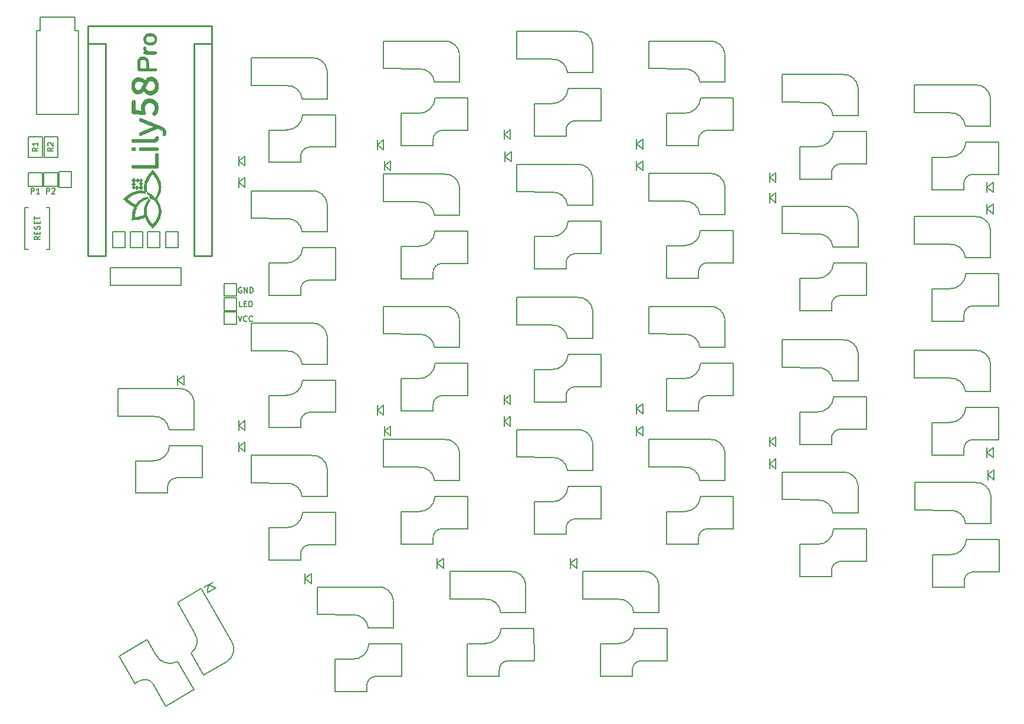
<source format=gto>
G04 #@! TF.GenerationSoftware,KiCad,Pcbnew,5.1.5-52549c5~84~ubuntu18.04.1*
G04 #@! TF.CreationDate,2019-12-02T09:16:55+01:00*
G04 #@! TF.ProjectId,Lily58_Pro,4c696c79-3538-45f5-9072-6f2e6b696361,rev?*
G04 #@! TF.SameCoordinates,Original*
G04 #@! TF.FileFunction,Legend,Top*
G04 #@! TF.FilePolarity,Positive*
%FSLAX46Y46*%
G04 Gerber Fmt 4.6, Leading zero omitted, Abs format (unit mm)*
G04 Created by KiCad (PCBNEW 5.1.5-52549c5~84~ubuntu18.04.1) date 2019-12-02 09:16:55*
%MOMM*%
%LPD*%
G04 APERTURE LIST*
%ADD10C,0.150000*%
%ADD11C,0.010000*%
%ADD12C,0.250000*%
G04 APERTURE END LIST*
D10*
X85400000Y-37400000D02*
X90400000Y-37400000D01*
X90900000Y-39300000D02*
X90400000Y-39300000D01*
X85400000Y-39300000D02*
X85400000Y-37400000D01*
X90400000Y-39300000D02*
X90400000Y-37400000D01*
X84900000Y-39300000D02*
X85400000Y-39300000D01*
X90900000Y-39300000D02*
X90900000Y-51300000D01*
X90900000Y-51300000D02*
X84900000Y-51300000D01*
X84900000Y-51300000D02*
X84900000Y-39300000D01*
X113600000Y-77400000D02*
X111800000Y-77400000D01*
X113600000Y-81500000D02*
X111800000Y-81500000D01*
X111800000Y-81500000D02*
X111800000Y-79700000D01*
X111800000Y-79700000D02*
X113600000Y-79700000D01*
X113600000Y-79700000D02*
X113600000Y-81500000D01*
X113600000Y-79500000D02*
X111800000Y-79500000D01*
X111800000Y-77700000D02*
X113600000Y-77700000D01*
X111800000Y-79500000D02*
X111800000Y-77700000D01*
X113600000Y-79500000D02*
X113600000Y-77700000D01*
X111800000Y-77400000D02*
X111800000Y-75600000D01*
X111800000Y-75600000D02*
X113600000Y-75600000D01*
X113600000Y-77400000D02*
X113600000Y-75600000D01*
D11*
G36*
X98576767Y-61791393D02*
G01*
X98610791Y-61751162D01*
X98656274Y-61703884D01*
X98704034Y-61658660D01*
X98744886Y-61624591D01*
X98769648Y-61610777D01*
X98769945Y-61610769D01*
X98792385Y-61623856D01*
X98831598Y-61657103D01*
X98878455Y-61701489D01*
X98923829Y-61747993D01*
X98958592Y-61787596D01*
X98973616Y-61811275D01*
X98973693Y-61812128D01*
X98960902Y-61832162D01*
X98927251Y-61871315D01*
X98879818Y-61921387D01*
X98876184Y-61925070D01*
X98816411Y-61979985D01*
X98773382Y-62007770D01*
X98754069Y-62009192D01*
X98719442Y-61983228D01*
X98674205Y-61942301D01*
X98627444Y-61895646D01*
X98588248Y-61852493D01*
X98565705Y-61822075D01*
X98563385Y-61815477D01*
X98576767Y-61791393D01*
G37*
X98576767Y-61791393D02*
X98610791Y-61751162D01*
X98656274Y-61703884D01*
X98704034Y-61658660D01*
X98744886Y-61624591D01*
X98769648Y-61610777D01*
X98769945Y-61610769D01*
X98792385Y-61623856D01*
X98831598Y-61657103D01*
X98878455Y-61701489D01*
X98923829Y-61747993D01*
X98958592Y-61787596D01*
X98973616Y-61811275D01*
X98973693Y-61812128D01*
X98960902Y-61832162D01*
X98927251Y-61871315D01*
X98879818Y-61921387D01*
X98876184Y-61925070D01*
X98816411Y-61979985D01*
X98773382Y-62007770D01*
X98754069Y-62009192D01*
X98719442Y-61983228D01*
X98674205Y-61942301D01*
X98627444Y-61895646D01*
X98588248Y-61852493D01*
X98565705Y-61822075D01*
X98563385Y-61815477D01*
X98576767Y-61791393D01*
G36*
X98539806Y-61317627D02*
G01*
X98581446Y-61268406D01*
X98646611Y-61201125D01*
X98707163Y-61142680D01*
X98778758Y-61075130D01*
X98895764Y-61190915D01*
X98954939Y-61254352D01*
X98995350Y-61307732D01*
X99011668Y-61343916D01*
X99011768Y-61346389D01*
X98997338Y-61379104D01*
X98960046Y-61427212D01*
X98907229Y-61481306D01*
X98904707Y-61483636D01*
X98850200Y-61532190D01*
X98805304Y-61569312D01*
X98778929Y-61587671D01*
X98777586Y-61588215D01*
X98755808Y-61578354D01*
X98715855Y-61547258D01*
X98665773Y-61502663D01*
X98613610Y-61452307D01*
X98567410Y-61403926D01*
X98535223Y-61365257D01*
X98524881Y-61345242D01*
X98539806Y-61317627D01*
G37*
X98539806Y-61317627D02*
X98581446Y-61268406D01*
X98646611Y-61201125D01*
X98707163Y-61142680D01*
X98778758Y-61075130D01*
X98895764Y-61190915D01*
X98954939Y-61254352D01*
X98995350Y-61307732D01*
X99011668Y-61343916D01*
X99011768Y-61346389D01*
X98997338Y-61379104D01*
X98960046Y-61427212D01*
X98907229Y-61481306D01*
X98904707Y-61483636D01*
X98850200Y-61532190D01*
X98805304Y-61569312D01*
X98778929Y-61587671D01*
X98777586Y-61588215D01*
X98755808Y-61578354D01*
X98715855Y-61547258D01*
X98665773Y-61502663D01*
X98613610Y-61452307D01*
X98567410Y-61403926D01*
X98535223Y-61365257D01*
X98524881Y-61345242D01*
X98539806Y-61317627D01*
G36*
X98528387Y-56189193D02*
G01*
X98544482Y-56124292D01*
X98578376Y-56083974D01*
X98635857Y-56061243D01*
X98719693Y-56049373D01*
X98809396Y-56046575D01*
X98892986Y-56053029D01*
X98928964Y-56060169D01*
X98983472Y-56079431D01*
X99013044Y-56106963D01*
X99031432Y-56155200D01*
X99049875Y-56276251D01*
X99037192Y-56387140D01*
X99023202Y-56427039D01*
X98994843Y-56469053D01*
X98949375Y-56495841D01*
X98880738Y-56509070D01*
X98782869Y-56510412D01*
X98730163Y-56507741D01*
X98638171Y-56497275D01*
X98578047Y-56475254D01*
X98543341Y-56434719D01*
X98527598Y-56368709D01*
X98524308Y-56285675D01*
X98528387Y-56189193D01*
G37*
X98528387Y-56189193D02*
X98544482Y-56124292D01*
X98578376Y-56083974D01*
X98635857Y-56061243D01*
X98719693Y-56049373D01*
X98809396Y-56046575D01*
X98892986Y-56053029D01*
X98928964Y-56060169D01*
X98983472Y-56079431D01*
X99013044Y-56106963D01*
X99031432Y-56155200D01*
X99049875Y-56276251D01*
X99037192Y-56387140D01*
X99023202Y-56427039D01*
X98994843Y-56469053D01*
X98949375Y-56495841D01*
X98880738Y-56509070D01*
X98782869Y-56510412D01*
X98730163Y-56507741D01*
X98638171Y-56497275D01*
X98578047Y-56475254D01*
X98543341Y-56434719D01*
X98527598Y-56368709D01*
X98524308Y-56285675D01*
X98528387Y-56189193D01*
G36*
X98498942Y-60740572D02*
G01*
X98534882Y-60694041D01*
X98585267Y-60638167D01*
X98642310Y-60580768D01*
X98698226Y-60529658D01*
X98745230Y-60492656D01*
X98775534Y-60477577D01*
X98776480Y-60477539D01*
X98803082Y-60490864D01*
X98847726Y-60525816D01*
X98902676Y-60574861D01*
X98960194Y-60630463D01*
X99012543Y-60685088D01*
X99051985Y-60731201D01*
X99070783Y-60761267D01*
X99071385Y-60764725D01*
X99058397Y-60787387D01*
X99023428Y-60830290D01*
X98972469Y-60886387D01*
X98934755Y-60925427D01*
X98874758Y-60984068D01*
X98823486Y-61030370D01*
X98787865Y-61058279D01*
X98776548Y-61063692D01*
X98750303Y-61050108D01*
X98706294Y-61014466D01*
X98652125Y-60964432D01*
X98595397Y-60907673D01*
X98543713Y-60851856D01*
X98504677Y-60804646D01*
X98485892Y-60773710D01*
X98485231Y-60769943D01*
X98498942Y-60740572D01*
G37*
X98498942Y-60740572D02*
X98534882Y-60694041D01*
X98585267Y-60638167D01*
X98642310Y-60580768D01*
X98698226Y-60529658D01*
X98745230Y-60492656D01*
X98775534Y-60477577D01*
X98776480Y-60477539D01*
X98803082Y-60490864D01*
X98847726Y-60525816D01*
X98902676Y-60574861D01*
X98960194Y-60630463D01*
X99012543Y-60685088D01*
X99051985Y-60731201D01*
X99070783Y-60761267D01*
X99071385Y-60764725D01*
X99058397Y-60787387D01*
X99023428Y-60830290D01*
X98972469Y-60886387D01*
X98934755Y-60925427D01*
X98874758Y-60984068D01*
X98823486Y-61030370D01*
X98787865Y-61058279D01*
X98776548Y-61063692D01*
X98750303Y-61050108D01*
X98706294Y-61014466D01*
X98652125Y-60964432D01*
X98595397Y-60907673D01*
X98543713Y-60851856D01*
X98504677Y-60804646D01*
X98485892Y-60773710D01*
X98485231Y-60769943D01*
X98498942Y-60740572D01*
G36*
X99026382Y-61784780D02*
G01*
X99061467Y-61736939D01*
X99109402Y-61682781D01*
X99161560Y-61631291D01*
X99209316Y-61591457D01*
X99244045Y-61572264D01*
X99248516Y-61571692D01*
X99274214Y-61584798D01*
X99317133Y-61618731D01*
X99368935Y-61665419D01*
X99421281Y-61716788D01*
X99465834Y-61764763D01*
X99494253Y-61801271D01*
X99500117Y-61815312D01*
X99486401Y-61837405D01*
X99450903Y-61878442D01*
X99400424Y-61930725D01*
X99383010Y-61947808D01*
X99327235Y-61999677D01*
X99280857Y-62038870D01*
X99251739Y-62058870D01*
X99247464Y-62060154D01*
X99218189Y-62046174D01*
X99173602Y-62010156D01*
X99122286Y-61960979D01*
X99072824Y-61907526D01*
X99033800Y-61858677D01*
X99013796Y-61823313D01*
X99012770Y-61817316D01*
X99026382Y-61784780D01*
G37*
X99026382Y-61784780D02*
X99061467Y-61736939D01*
X99109402Y-61682781D01*
X99161560Y-61631291D01*
X99209316Y-61591457D01*
X99244045Y-61572264D01*
X99248516Y-61571692D01*
X99274214Y-61584798D01*
X99317133Y-61618731D01*
X99368935Y-61665419D01*
X99421281Y-61716788D01*
X99465834Y-61764763D01*
X99494253Y-61801271D01*
X99500117Y-61815312D01*
X99486401Y-61837405D01*
X99450903Y-61878442D01*
X99400424Y-61930725D01*
X99383010Y-61947808D01*
X99327235Y-61999677D01*
X99280857Y-62038870D01*
X99251739Y-62058870D01*
X99247464Y-62060154D01*
X99218189Y-62046174D01*
X99173602Y-62010156D01*
X99122286Y-61960979D01*
X99072824Y-61907526D01*
X99033800Y-61858677D01*
X99013796Y-61823313D01*
X99012770Y-61817316D01*
X99026382Y-61784780D01*
G36*
X99123655Y-60744323D02*
G01*
X99157818Y-60700757D01*
X99204824Y-60648348D01*
X99256547Y-60595524D01*
X99304860Y-60550714D01*
X99341638Y-60522345D01*
X99355259Y-60516709D01*
X99376923Y-60530110D01*
X99416278Y-60564734D01*
X99465321Y-60612362D01*
X99516048Y-60664774D01*
X99560456Y-60713750D01*
X99590543Y-60751072D01*
X99598924Y-60766957D01*
X99586064Y-60787528D01*
X99551744Y-60828133D01*
X99502347Y-60881391D01*
X99480268Y-60904106D01*
X99425433Y-60958410D01*
X99380827Y-61000006D01*
X99353476Y-61022447D01*
X99348950Y-61024616D01*
X99325749Y-61010909D01*
X99285744Y-60975434D01*
X99236885Y-60926657D01*
X99187122Y-60873047D01*
X99144406Y-60823071D01*
X99116688Y-60785196D01*
X99110462Y-60770616D01*
X99123655Y-60744323D01*
G37*
X99123655Y-60744323D02*
X99157818Y-60700757D01*
X99204824Y-60648348D01*
X99256547Y-60595524D01*
X99304860Y-60550714D01*
X99341638Y-60522345D01*
X99355259Y-60516709D01*
X99376923Y-60530110D01*
X99416278Y-60564734D01*
X99465321Y-60612362D01*
X99516048Y-60664774D01*
X99560456Y-60713750D01*
X99590543Y-60751072D01*
X99598924Y-60766957D01*
X99586064Y-60787528D01*
X99551744Y-60828133D01*
X99502347Y-60881391D01*
X99480268Y-60904106D01*
X99425433Y-60958410D01*
X99380827Y-61000006D01*
X99353476Y-61022447D01*
X99348950Y-61024616D01*
X99325749Y-61010909D01*
X99285744Y-60975434D01*
X99236885Y-60926657D01*
X99187122Y-60873047D01*
X99144406Y-60823071D01*
X99116688Y-60785196D01*
X99110462Y-60770616D01*
X99123655Y-60744323D01*
G36*
X99652093Y-60733978D02*
G01*
X99687572Y-60687446D01*
X99734237Y-60638825D01*
X99781889Y-60598439D01*
X99820328Y-60576615D01*
X99828516Y-60575231D01*
X99861273Y-60588975D01*
X99907253Y-60623711D01*
X99956461Y-60669691D01*
X99998905Y-60717170D01*
X100024589Y-60756401D01*
X100028026Y-60769799D01*
X100014313Y-60798593D01*
X99979480Y-60842697D01*
X99940779Y-60882962D01*
X99891222Y-60926959D01*
X99850186Y-60957064D01*
X99829917Y-60966000D01*
X99799847Y-60951953D01*
X99756290Y-60916497D01*
X99708968Y-60869657D01*
X99667606Y-60821463D01*
X99641928Y-60781939D01*
X99638000Y-60768095D01*
X99652093Y-60733978D01*
G37*
X99652093Y-60733978D02*
X99687572Y-60687446D01*
X99734237Y-60638825D01*
X99781889Y-60598439D01*
X99820328Y-60576615D01*
X99828516Y-60575231D01*
X99861273Y-60588975D01*
X99907253Y-60623711D01*
X99956461Y-60669691D01*
X99998905Y-60717170D01*
X100024589Y-60756401D01*
X100028026Y-60769799D01*
X100014313Y-60798593D01*
X99979480Y-60842697D01*
X99940779Y-60882962D01*
X99891222Y-60926959D01*
X99850186Y-60957064D01*
X99829917Y-60966000D01*
X99799847Y-60951953D01*
X99756290Y-60916497D01*
X99708968Y-60869657D01*
X99667606Y-60821463D01*
X99641928Y-60781939D01*
X99638000Y-60768095D01*
X99652093Y-60733978D01*
G36*
X99592244Y-61217298D02*
G01*
X99625549Y-61174296D01*
X99671395Y-61121857D01*
X99721874Y-61068442D01*
X99769081Y-61022509D01*
X99805108Y-60992517D01*
X99819462Y-60985539D01*
X99843712Y-60999105D01*
X99884931Y-61034269D01*
X99935107Y-61082732D01*
X99986227Y-61136194D01*
X100030279Y-61186355D01*
X100059251Y-61224916D01*
X100066265Y-61241195D01*
X100052218Y-61268347D01*
X100017131Y-61311877D01*
X99973457Y-61357495D01*
X99906025Y-61422977D01*
X99859094Y-61463377D01*
X99823945Y-61479558D01*
X99791862Y-61472385D01*
X99754126Y-61442724D01*
X99702019Y-61391438D01*
X99695582Y-61385054D01*
X99642060Y-61328960D01*
X99601563Y-61280559D01*
X99580780Y-61248060D01*
X99579385Y-61242405D01*
X99592244Y-61217298D01*
G37*
X99592244Y-61217298D02*
X99625549Y-61174296D01*
X99671395Y-61121857D01*
X99721874Y-61068442D01*
X99769081Y-61022509D01*
X99805108Y-60992517D01*
X99819462Y-60985539D01*
X99843712Y-60999105D01*
X99884931Y-61034269D01*
X99935107Y-61082732D01*
X99986227Y-61136194D01*
X100030279Y-61186355D01*
X100059251Y-61224916D01*
X100066265Y-61241195D01*
X100052218Y-61268347D01*
X100017131Y-61311877D01*
X99973457Y-61357495D01*
X99906025Y-61422977D01*
X99859094Y-61463377D01*
X99823945Y-61479558D01*
X99791862Y-61472385D01*
X99754126Y-61442724D01*
X99702019Y-61391438D01*
X99695582Y-61385054D01*
X99642060Y-61328960D01*
X99601563Y-61280559D01*
X99580780Y-61248060D01*
X99579385Y-61242405D01*
X99592244Y-61217298D01*
G36*
X99534848Y-61786415D02*
G01*
X99571774Y-61742408D01*
X99623587Y-61689203D01*
X99682323Y-61634220D01*
X99740021Y-61584876D01*
X99788717Y-61548592D01*
X99820451Y-61532786D01*
X99822552Y-61532616D01*
X99855704Y-61546479D01*
X99904952Y-61582697D01*
X99962102Y-61633213D01*
X100018960Y-61689971D01*
X100067333Y-61744915D01*
X100099026Y-61789987D01*
X100106924Y-61812229D01*
X100093969Y-61840966D01*
X100059343Y-61888575D01*
X100009401Y-61946696D01*
X99984808Y-61972829D01*
X99921537Y-62033721D01*
X99867342Y-62077366D01*
X99829372Y-62098182D01*
X99823092Y-62099165D01*
X99794503Y-62086006D01*
X99747962Y-62051419D01*
X99691333Y-62002828D01*
X99632478Y-61947654D01*
X99579262Y-61893320D01*
X99539548Y-61847247D01*
X99521199Y-61816858D01*
X99520770Y-61813805D01*
X99534848Y-61786415D01*
G37*
X99534848Y-61786415D02*
X99571774Y-61742408D01*
X99623587Y-61689203D01*
X99682323Y-61634220D01*
X99740021Y-61584876D01*
X99788717Y-61548592D01*
X99820451Y-61532786D01*
X99822552Y-61532616D01*
X99855704Y-61546479D01*
X99904952Y-61582697D01*
X99962102Y-61633213D01*
X100018960Y-61689971D01*
X100067333Y-61744915D01*
X100099026Y-61789987D01*
X100106924Y-61812229D01*
X100093969Y-61840966D01*
X100059343Y-61888575D01*
X100009401Y-61946696D01*
X99984808Y-61972829D01*
X99921537Y-62033721D01*
X99867342Y-62077366D01*
X99829372Y-62098182D01*
X99823092Y-62099165D01*
X99794503Y-62086006D01*
X99747962Y-62051419D01*
X99691333Y-62002828D01*
X99632478Y-61947654D01*
X99579262Y-61893320D01*
X99539548Y-61847247D01*
X99521199Y-61816858D01*
X99520770Y-61813805D01*
X99534848Y-61786415D01*
G36*
X100208473Y-41695627D02*
G01*
X100223267Y-41649423D01*
X100252574Y-41612266D01*
X100316986Y-41572062D01*
X100392151Y-41569380D01*
X100459303Y-41593971D01*
X100489624Y-41612525D01*
X100510439Y-41636327D01*
X100524682Y-41673514D01*
X100535291Y-41732226D01*
X100545201Y-41820602D01*
X100546759Y-41836406D01*
X100570422Y-41963891D01*
X100615790Y-42063702D01*
X100686541Y-42142836D01*
X100722044Y-42169766D01*
X100773841Y-42204023D01*
X100821785Y-42230900D01*
X100871461Y-42251289D01*
X100928453Y-42266078D01*
X100998348Y-42276159D01*
X101086729Y-42282422D01*
X101199182Y-42285758D01*
X101341293Y-42287057D01*
X101458818Y-42287231D01*
X101619231Y-42287602D01*
X101745353Y-42289125D01*
X101841967Y-42292411D01*
X101913853Y-42298075D01*
X101965796Y-42306729D01*
X102002576Y-42318987D01*
X102028977Y-42335461D01*
X102049780Y-42356764D01*
X102055264Y-42363692D01*
X102069793Y-42403109D01*
X102077297Y-42463418D01*
X102076775Y-42526901D01*
X102067231Y-42575834D01*
X102043955Y-42601702D01*
X102001864Y-42629303D01*
X102001359Y-42629565D01*
X101981608Y-42636945D01*
X101951232Y-42642998D01*
X101906652Y-42647847D01*
X101844288Y-42651613D01*
X101760561Y-42654418D01*
X101651891Y-42656383D01*
X101514700Y-42657631D01*
X101345408Y-42658283D01*
X101151917Y-42658462D01*
X100947912Y-42658335D01*
X100779305Y-42657748D01*
X100642419Y-42656388D01*
X100533575Y-42653944D01*
X100449096Y-42650104D01*
X100385304Y-42644558D01*
X100338520Y-42636992D01*
X100305067Y-42627097D01*
X100281266Y-42614560D01*
X100263440Y-42599070D01*
X100249199Y-42582001D01*
X100232704Y-42539100D01*
X100225182Y-42476327D01*
X100227787Y-42412096D01*
X100236291Y-42376029D01*
X100267443Y-42339358D01*
X100322646Y-42308005D01*
X100386931Y-42289432D01*
X100414408Y-42287231D01*
X100441346Y-42286185D01*
X100451152Y-42279107D01*
X100441245Y-42260088D01*
X100409046Y-42223220D01*
X100366866Y-42178345D01*
X100280356Y-42067075D01*
X100227972Y-41948531D01*
X100205901Y-41812992D01*
X100204616Y-41765027D01*
X100208473Y-41695627D01*
G37*
X100208473Y-41695627D02*
X100223267Y-41649423D01*
X100252574Y-41612266D01*
X100316986Y-41572062D01*
X100392151Y-41569380D01*
X100459303Y-41593971D01*
X100489624Y-41612525D01*
X100510439Y-41636327D01*
X100524682Y-41673514D01*
X100535291Y-41732226D01*
X100545201Y-41820602D01*
X100546759Y-41836406D01*
X100570422Y-41963891D01*
X100615790Y-42063702D01*
X100686541Y-42142836D01*
X100722044Y-42169766D01*
X100773841Y-42204023D01*
X100821785Y-42230900D01*
X100871461Y-42251289D01*
X100928453Y-42266078D01*
X100998348Y-42276159D01*
X101086729Y-42282422D01*
X101199182Y-42285758D01*
X101341293Y-42287057D01*
X101458818Y-42287231D01*
X101619231Y-42287602D01*
X101745353Y-42289125D01*
X101841967Y-42292411D01*
X101913853Y-42298075D01*
X101965796Y-42306729D01*
X102002576Y-42318987D01*
X102028977Y-42335461D01*
X102049780Y-42356764D01*
X102055264Y-42363692D01*
X102069793Y-42403109D01*
X102077297Y-42463418D01*
X102076775Y-42526901D01*
X102067231Y-42575834D01*
X102043955Y-42601702D01*
X102001864Y-42629303D01*
X102001359Y-42629565D01*
X101981608Y-42636945D01*
X101951232Y-42642998D01*
X101906652Y-42647847D01*
X101844288Y-42651613D01*
X101760561Y-42654418D01*
X101651891Y-42656383D01*
X101514700Y-42657631D01*
X101345408Y-42658283D01*
X101151917Y-42658462D01*
X100947912Y-42658335D01*
X100779305Y-42657748D01*
X100642419Y-42656388D01*
X100533575Y-42653944D01*
X100449096Y-42650104D01*
X100385304Y-42644558D01*
X100338520Y-42636992D01*
X100305067Y-42627097D01*
X100281266Y-42614560D01*
X100263440Y-42599070D01*
X100249199Y-42582001D01*
X100232704Y-42539100D01*
X100225182Y-42476327D01*
X100227787Y-42412096D01*
X100236291Y-42376029D01*
X100267443Y-42339358D01*
X100322646Y-42308005D01*
X100386931Y-42289432D01*
X100414408Y-42287231D01*
X100441346Y-42286185D01*
X100451152Y-42279107D01*
X100441245Y-42260088D01*
X100409046Y-42223220D01*
X100366866Y-42178345D01*
X100280356Y-42067075D01*
X100227972Y-41948531D01*
X100205901Y-41812992D01*
X100204616Y-41765027D01*
X100208473Y-41695627D01*
G36*
X99335136Y-44175875D02*
G01*
X99337570Y-44035015D01*
X99341262Y-43903300D01*
X99346145Y-43787541D01*
X99352155Y-43694552D01*
X99359224Y-43631146D01*
X99362270Y-43615846D01*
X99415154Y-43462057D01*
X99489907Y-43325196D01*
X99580977Y-43215281D01*
X99587923Y-43208760D01*
X99714685Y-43117302D01*
X99859972Y-43055150D01*
X100016901Y-43022056D01*
X100178590Y-43017776D01*
X100338154Y-43042064D01*
X100488712Y-43094673D01*
X100623379Y-43175358D01*
X100704722Y-43248642D01*
X100765130Y-43318879D01*
X100813912Y-43390543D01*
X100852224Y-43468695D01*
X100881225Y-43558394D01*
X100902071Y-43664697D01*
X100915920Y-43792665D01*
X100923930Y-43947357D01*
X100927259Y-44133831D01*
X100927539Y-44222500D01*
X100927539Y-44690462D01*
X101984392Y-44690462D01*
X102032350Y-44738420D01*
X102071126Y-44802579D01*
X102082529Y-44881145D01*
X102066521Y-44960600D01*
X102033162Y-45016641D01*
X101986016Y-45071462D01*
X100846660Y-45076813D01*
X100570100Y-45077796D01*
X100331116Y-45077954D01*
X100155044Y-45077357D01*
X100155044Y-44690462D01*
X100595385Y-44690462D01*
X100595385Y-44238459D01*
X100594145Y-44053154D01*
X100590438Y-43905479D01*
X100584281Y-43795838D01*
X100575692Y-43724633D01*
X100571496Y-43706724D01*
X100532289Y-43625558D01*
X100469275Y-43547006D01*
X100393668Y-43482502D01*
X100316677Y-43443481D01*
X100312077Y-43442150D01*
X100185195Y-43420663D01*
X100057989Y-43422966D01*
X99939806Y-43447332D01*
X99839996Y-43492036D01*
X99780587Y-43540266D01*
X99746695Y-43580266D01*
X99720250Y-43621350D01*
X99700237Y-43669004D01*
X99685640Y-43728714D01*
X99675442Y-43805965D01*
X99668627Y-43906243D01*
X99664181Y-44035035D01*
X99661292Y-44184385D01*
X99659319Y-44328843D01*
X99658667Y-44439252D01*
X99659604Y-44520625D01*
X99662398Y-44577976D01*
X99667320Y-44616319D01*
X99674636Y-44640666D01*
X99684615Y-44656032D01*
X99686677Y-44658193D01*
X99701534Y-44668805D01*
X99725412Y-44676845D01*
X99763309Y-44682656D01*
X99820222Y-44686580D01*
X99901151Y-44688961D01*
X100011092Y-44690140D01*
X100155044Y-44690462D01*
X100155044Y-45077357D01*
X100128217Y-45077266D01*
X99959910Y-45075711D01*
X99824702Y-45073269D01*
X99721102Y-45069920D01*
X99647617Y-45065643D01*
X99602755Y-45060418D01*
X99599437Y-45059771D01*
X99496253Y-45021590D01*
X99415389Y-44957384D01*
X99362894Y-44872698D01*
X99350588Y-44831551D01*
X99344106Y-44778892D01*
X99339275Y-44694502D01*
X99336027Y-44585192D01*
X99334298Y-44457776D01*
X99334023Y-44319066D01*
X99335136Y-44175875D01*
G37*
X99335136Y-44175875D02*
X99337570Y-44035015D01*
X99341262Y-43903300D01*
X99346145Y-43787541D01*
X99352155Y-43694552D01*
X99359224Y-43631146D01*
X99362270Y-43615846D01*
X99415154Y-43462057D01*
X99489907Y-43325196D01*
X99580977Y-43215281D01*
X99587923Y-43208760D01*
X99714685Y-43117302D01*
X99859972Y-43055150D01*
X100016901Y-43022056D01*
X100178590Y-43017776D01*
X100338154Y-43042064D01*
X100488712Y-43094673D01*
X100623379Y-43175358D01*
X100704722Y-43248642D01*
X100765130Y-43318879D01*
X100813912Y-43390543D01*
X100852224Y-43468695D01*
X100881225Y-43558394D01*
X100902071Y-43664697D01*
X100915920Y-43792665D01*
X100923930Y-43947357D01*
X100927259Y-44133831D01*
X100927539Y-44222500D01*
X100927539Y-44690462D01*
X101984392Y-44690462D01*
X102032350Y-44738420D01*
X102071126Y-44802579D01*
X102082529Y-44881145D01*
X102066521Y-44960600D01*
X102033162Y-45016641D01*
X101986016Y-45071462D01*
X100846660Y-45076813D01*
X100570100Y-45077796D01*
X100331116Y-45077954D01*
X100155044Y-45077357D01*
X100155044Y-44690462D01*
X100595385Y-44690462D01*
X100595385Y-44238459D01*
X100594145Y-44053154D01*
X100590438Y-43905479D01*
X100584281Y-43795838D01*
X100575692Y-43724633D01*
X100571496Y-43706724D01*
X100532289Y-43625558D01*
X100469275Y-43547006D01*
X100393668Y-43482502D01*
X100316677Y-43443481D01*
X100312077Y-43442150D01*
X100185195Y-43420663D01*
X100057989Y-43422966D01*
X99939806Y-43447332D01*
X99839996Y-43492036D01*
X99780587Y-43540266D01*
X99746695Y-43580266D01*
X99720250Y-43621350D01*
X99700237Y-43669004D01*
X99685640Y-43728714D01*
X99675442Y-43805965D01*
X99668627Y-43906243D01*
X99664181Y-44035035D01*
X99661292Y-44184385D01*
X99659319Y-44328843D01*
X99658667Y-44439252D01*
X99659604Y-44520625D01*
X99662398Y-44577976D01*
X99667320Y-44616319D01*
X99674636Y-44640666D01*
X99684615Y-44656032D01*
X99686677Y-44658193D01*
X99701534Y-44668805D01*
X99725412Y-44676845D01*
X99763309Y-44682656D01*
X99820222Y-44686580D01*
X99901151Y-44688961D01*
X100011092Y-44690140D01*
X100155044Y-44690462D01*
X100155044Y-45077357D01*
X100128217Y-45077266D01*
X99959910Y-45075711D01*
X99824702Y-45073269D01*
X99721102Y-45069920D01*
X99647617Y-45065643D01*
X99602755Y-45060418D01*
X99599437Y-45059771D01*
X99496253Y-45021590D01*
X99415389Y-44957384D01*
X99362894Y-44872698D01*
X99350588Y-44831551D01*
X99344106Y-44778892D01*
X99339275Y-44694502D01*
X99336027Y-44585192D01*
X99334298Y-44457776D01*
X99334023Y-44319066D01*
X99335136Y-44175875D01*
G36*
X100231875Y-40294344D02*
G01*
X100276012Y-40161064D01*
X100346438Y-40043396D01*
X100427598Y-39950982D01*
X100560075Y-39839698D01*
X100705554Y-39759246D01*
X100869023Y-39707790D01*
X101055471Y-39683496D01*
X101162000Y-39680981D01*
X101372761Y-39697225D01*
X101560273Y-39742623D01*
X101695976Y-39801665D01*
X101794217Y-39869663D01*
X101890321Y-39961821D01*
X101973617Y-40066129D01*
X102033438Y-40170578D01*
X102041886Y-40191055D01*
X102072773Y-40304319D01*
X102090379Y-40437886D01*
X102093935Y-40576014D01*
X102082673Y-40702964D01*
X102069763Y-40762757D01*
X102006072Y-40920114D01*
X101910085Y-41057507D01*
X101784358Y-41172642D01*
X101631448Y-41263227D01*
X101453911Y-41326968D01*
X101435539Y-41331622D01*
X101334480Y-41348093D01*
X101211057Y-41356086D01*
X101152231Y-41355873D01*
X101152231Y-40997692D01*
X101330447Y-40985562D01*
X101483759Y-40949859D01*
X101609902Y-40891618D01*
X101706612Y-40811872D01*
X101769787Y-40715767D01*
X101796515Y-40623397D01*
X101805481Y-40514752D01*
X101796365Y-40408025D01*
X101776425Y-40337642D01*
X101712815Y-40230639D01*
X101621079Y-40147937D01*
X101500399Y-40089190D01*
X101349954Y-40054053D01*
X101168925Y-40042179D01*
X101081005Y-40044161D01*
X100927193Y-40058623D01*
X100803489Y-40088015D01*
X100703038Y-40134580D01*
X100627114Y-40192779D01*
X100553616Y-40286893D01*
X100509887Y-40397897D01*
X100495942Y-40517350D01*
X100511794Y-40636813D01*
X100557459Y-40747843D01*
X100626031Y-40835498D01*
X100727221Y-40910524D01*
X100851892Y-40961817D01*
X101003440Y-40990425D01*
X101152231Y-40997692D01*
X101152231Y-41355873D01*
X101080753Y-41355612D01*
X100959050Y-41346681D01*
X100868924Y-41331238D01*
X100687679Y-41268753D01*
X100532528Y-41179048D01*
X100405348Y-41064622D01*
X100308012Y-40927975D01*
X100242396Y-40771607D01*
X100210376Y-40598017D01*
X100209893Y-40452767D01*
X100231875Y-40294344D01*
G37*
X100231875Y-40294344D02*
X100276012Y-40161064D01*
X100346438Y-40043396D01*
X100427598Y-39950982D01*
X100560075Y-39839698D01*
X100705554Y-39759246D01*
X100869023Y-39707790D01*
X101055471Y-39683496D01*
X101162000Y-39680981D01*
X101372761Y-39697225D01*
X101560273Y-39742623D01*
X101695976Y-39801665D01*
X101794217Y-39869663D01*
X101890321Y-39961821D01*
X101973617Y-40066129D01*
X102033438Y-40170578D01*
X102041886Y-40191055D01*
X102072773Y-40304319D01*
X102090379Y-40437886D01*
X102093935Y-40576014D01*
X102082673Y-40702964D01*
X102069763Y-40762757D01*
X102006072Y-40920114D01*
X101910085Y-41057507D01*
X101784358Y-41172642D01*
X101631448Y-41263227D01*
X101453911Y-41326968D01*
X101435539Y-41331622D01*
X101334480Y-41348093D01*
X101211057Y-41356086D01*
X101152231Y-41355873D01*
X101152231Y-40997692D01*
X101330447Y-40985562D01*
X101483759Y-40949859D01*
X101609902Y-40891618D01*
X101706612Y-40811872D01*
X101769787Y-40715767D01*
X101796515Y-40623397D01*
X101805481Y-40514752D01*
X101796365Y-40408025D01*
X101776425Y-40337642D01*
X101712815Y-40230639D01*
X101621079Y-40147937D01*
X101500399Y-40089190D01*
X101349954Y-40054053D01*
X101168925Y-40042179D01*
X101081005Y-40044161D01*
X100927193Y-40058623D01*
X100803489Y-40088015D01*
X100703038Y-40134580D01*
X100627114Y-40192779D01*
X100553616Y-40286893D01*
X100509887Y-40397897D01*
X100495942Y-40517350D01*
X100511794Y-40636813D01*
X100557459Y-40747843D01*
X100626031Y-40835498D01*
X100727221Y-40910524D01*
X100851892Y-40961817D01*
X101003440Y-40990425D01*
X101152231Y-40997692D01*
X101152231Y-41355873D01*
X101080753Y-41355612D01*
X100959050Y-41346681D01*
X100868924Y-41331238D01*
X100687679Y-41268753D01*
X100532528Y-41179048D01*
X100405348Y-41064622D01*
X100308012Y-40927975D01*
X100242396Y-40771607D01*
X100210376Y-40598017D01*
X100209893Y-40452767D01*
X100231875Y-40294344D01*
G36*
X99580616Y-56210230D02*
G01*
X99586370Y-56162793D01*
X99599737Y-56132387D01*
X99623808Y-56108005D01*
X99630866Y-56102341D01*
X99641921Y-56094202D01*
X99654780Y-56087234D01*
X99672377Y-56081346D01*
X99697643Y-56076446D01*
X99733510Y-56072445D01*
X99782910Y-56069251D01*
X99848776Y-56066772D01*
X99934040Y-56064920D01*
X100041633Y-56063601D01*
X100174488Y-56062727D01*
X100335536Y-56062205D01*
X100527711Y-56061945D01*
X100753944Y-56061856D01*
X100937308Y-56061846D01*
X101189565Y-56061869D01*
X101405678Y-56061998D01*
X101588577Y-56062325D01*
X101741197Y-56062939D01*
X101866467Y-56063932D01*
X101967321Y-56065395D01*
X102046691Y-56067419D01*
X102107509Y-56070094D01*
X102152707Y-56073512D01*
X102185216Y-56077763D01*
X102207970Y-56082938D01*
X102223900Y-56089129D01*
X102235939Y-56096425D01*
X102243750Y-56102341D01*
X102271250Y-56127714D01*
X102286753Y-56157030D01*
X102293624Y-56201789D01*
X102295229Y-56273488D01*
X102295231Y-56278188D01*
X102292887Y-56356516D01*
X102284199Y-56407031D01*
X102266689Y-56440806D01*
X102256154Y-56452616D01*
X102247459Y-56460426D01*
X102236247Y-56467120D01*
X102219631Y-56472784D01*
X102194729Y-56477503D01*
X102158655Y-56481364D01*
X102108525Y-56484453D01*
X102041454Y-56486856D01*
X101954559Y-56488658D01*
X101844953Y-56489947D01*
X101709754Y-56490808D01*
X101546076Y-56491326D01*
X101351034Y-56491589D01*
X101121745Y-56491682D01*
X100946390Y-56491692D01*
X100689930Y-56491616D01*
X100469692Y-56491341D01*
X100282825Y-56490799D01*
X100126473Y-56489923D01*
X99997783Y-56488643D01*
X99893901Y-56486891D01*
X99811975Y-56484600D01*
X99749149Y-56481700D01*
X99702571Y-56478124D01*
X99669387Y-56473804D01*
X99646743Y-56468670D01*
X99631785Y-56462655D01*
X99627544Y-56460138D01*
X99602454Y-56440145D01*
X99587980Y-56414333D01*
X99581256Y-56372326D01*
X99579418Y-56303746D01*
X99579385Y-56285710D01*
X99580616Y-56210230D01*
G37*
X99580616Y-56210230D02*
X99586370Y-56162793D01*
X99599737Y-56132387D01*
X99623808Y-56108005D01*
X99630866Y-56102341D01*
X99641921Y-56094202D01*
X99654780Y-56087234D01*
X99672377Y-56081346D01*
X99697643Y-56076446D01*
X99733510Y-56072445D01*
X99782910Y-56069251D01*
X99848776Y-56066772D01*
X99934040Y-56064920D01*
X100041633Y-56063601D01*
X100174488Y-56062727D01*
X100335536Y-56062205D01*
X100527711Y-56061945D01*
X100753944Y-56061856D01*
X100937308Y-56061846D01*
X101189565Y-56061869D01*
X101405678Y-56061998D01*
X101588577Y-56062325D01*
X101741197Y-56062939D01*
X101866467Y-56063932D01*
X101967321Y-56065395D01*
X102046691Y-56067419D01*
X102107509Y-56070094D01*
X102152707Y-56073512D01*
X102185216Y-56077763D01*
X102207970Y-56082938D01*
X102223900Y-56089129D01*
X102235939Y-56096425D01*
X102243750Y-56102341D01*
X102271250Y-56127714D01*
X102286753Y-56157030D01*
X102293624Y-56201789D01*
X102295229Y-56273488D01*
X102295231Y-56278188D01*
X102292887Y-56356516D01*
X102284199Y-56407031D01*
X102266689Y-56440806D01*
X102256154Y-56452616D01*
X102247459Y-56460426D01*
X102236247Y-56467120D01*
X102219631Y-56472784D01*
X102194729Y-56477503D01*
X102158655Y-56481364D01*
X102108525Y-56484453D01*
X102041454Y-56486856D01*
X101954559Y-56488658D01*
X101844953Y-56489947D01*
X101709754Y-56490808D01*
X101546076Y-56491326D01*
X101351034Y-56491589D01*
X101121745Y-56491682D01*
X100946390Y-56491692D01*
X100689930Y-56491616D01*
X100469692Y-56491341D01*
X100282825Y-56490799D01*
X100126473Y-56489923D01*
X99997783Y-56488643D01*
X99893901Y-56486891D01*
X99811975Y-56484600D01*
X99749149Y-56481700D01*
X99702571Y-56478124D01*
X99669387Y-56473804D01*
X99646743Y-56468670D01*
X99631785Y-56462655D01*
X99627544Y-56460138D01*
X99602454Y-56440145D01*
X99587980Y-56414333D01*
X99581256Y-56372326D01*
X99579418Y-56303746D01*
X99579385Y-56285710D01*
X99580616Y-56210230D01*
G36*
X98522506Y-58698322D02*
G01*
X98530817Y-58678456D01*
X98547451Y-58661770D01*
X98574786Y-58647967D01*
X98615199Y-58636752D01*
X98671069Y-58627828D01*
X98744774Y-58620899D01*
X98838691Y-58615668D01*
X98955199Y-58611839D01*
X99096675Y-58609115D01*
X99265498Y-58607202D01*
X99464045Y-58605801D01*
X99694695Y-58604617D01*
X99959825Y-58603354D01*
X100239645Y-58601846D01*
X101894693Y-58592077D01*
X101904462Y-57776964D01*
X101906884Y-57566636D01*
X101909134Y-57392057D01*
X101911935Y-57249907D01*
X101916006Y-57136868D01*
X101922069Y-57049622D01*
X101930846Y-56984850D01*
X101943059Y-56939233D01*
X101959427Y-56909453D01*
X101980674Y-56892192D01*
X102007519Y-56884131D01*
X102040684Y-56881951D01*
X102080892Y-56882334D01*
X102098894Y-56882462D01*
X102170960Y-56885407D01*
X102216996Y-56896566D01*
X102249760Y-56919425D01*
X102255393Y-56925223D01*
X102264330Y-56935772D01*
X102271821Y-56948795D01*
X102277991Y-56967601D01*
X102282970Y-56995501D01*
X102286885Y-57035804D01*
X102289864Y-57091820D01*
X102292034Y-57166859D01*
X102293524Y-57264231D01*
X102294461Y-57387246D01*
X102294972Y-57539213D01*
X102295187Y-57723443D01*
X102295231Y-57943246D01*
X102295231Y-58946727D01*
X102250010Y-58989210D01*
X102204790Y-59031692D01*
X98609274Y-59031692D01*
X98566791Y-58986472D01*
X98542291Y-58952559D01*
X98529400Y-58909122D01*
X98525031Y-58843550D01*
X98524930Y-58815510D01*
X98523729Y-58779962D01*
X98521340Y-58748778D01*
X98520139Y-58721664D01*
X98522506Y-58698322D01*
G37*
X98522506Y-58698322D02*
X98530817Y-58678456D01*
X98547451Y-58661770D01*
X98574786Y-58647967D01*
X98615199Y-58636752D01*
X98671069Y-58627828D01*
X98744774Y-58620899D01*
X98838691Y-58615668D01*
X98955199Y-58611839D01*
X99096675Y-58609115D01*
X99265498Y-58607202D01*
X99464045Y-58605801D01*
X99694695Y-58604617D01*
X99959825Y-58603354D01*
X100239645Y-58601846D01*
X101894693Y-58592077D01*
X101904462Y-57776964D01*
X101906884Y-57566636D01*
X101909134Y-57392057D01*
X101911935Y-57249907D01*
X101916006Y-57136868D01*
X101922069Y-57049622D01*
X101930846Y-56984850D01*
X101943059Y-56939233D01*
X101959427Y-56909453D01*
X101980674Y-56892192D01*
X102007519Y-56884131D01*
X102040684Y-56881951D01*
X102080892Y-56882334D01*
X102098894Y-56882462D01*
X102170960Y-56885407D01*
X102216996Y-56896566D01*
X102249760Y-56919425D01*
X102255393Y-56925223D01*
X102264330Y-56935772D01*
X102271821Y-56948795D01*
X102277991Y-56967601D01*
X102282970Y-56995501D01*
X102286885Y-57035804D01*
X102289864Y-57091820D01*
X102292034Y-57166859D01*
X102293524Y-57264231D01*
X102294461Y-57387246D01*
X102294972Y-57539213D01*
X102295187Y-57723443D01*
X102295231Y-57943246D01*
X102295231Y-58946727D01*
X102250010Y-58989210D01*
X102204790Y-59031692D01*
X98609274Y-59031692D01*
X98566791Y-58986472D01*
X98542291Y-58952559D01*
X98529400Y-58909122D01*
X98525031Y-58843550D01*
X98524930Y-58815510D01*
X98523729Y-58779962D01*
X98521340Y-58748778D01*
X98520139Y-58721664D01*
X98522506Y-58698322D01*
G36*
X98523569Y-55048109D02*
G01*
X98537813Y-54973425D01*
X98561648Y-54925896D01*
X98598988Y-54879769D01*
X100168687Y-54870000D01*
X100453375Y-54868200D01*
X100701605Y-54866528D01*
X100915995Y-54864909D01*
X101099164Y-54863266D01*
X101253728Y-54861522D01*
X101382307Y-54859600D01*
X101487518Y-54857424D01*
X101571980Y-54854917D01*
X101638311Y-54852002D01*
X101689129Y-54848602D01*
X101727051Y-54844642D01*
X101754697Y-54840043D01*
X101774685Y-54834729D01*
X101789632Y-54828624D01*
X101801314Y-54822163D01*
X101852658Y-54774190D01*
X101895964Y-54705048D01*
X101921201Y-54632493D01*
X101924000Y-54604947D01*
X101936966Y-54571657D01*
X101968523Y-54530700D01*
X101971958Y-54527189D01*
X102033027Y-54490876D01*
X102111507Y-54477033D01*
X102192577Y-54486040D01*
X102261415Y-54518277D01*
X102263289Y-54519726D01*
X102290298Y-54544388D01*
X102305650Y-54572517D01*
X102312460Y-54615273D01*
X102313843Y-54683814D01*
X102313752Y-54700457D01*
X102302916Y-54831210D01*
X102274928Y-54938930D01*
X102207711Y-55060352D01*
X102108833Y-55162102D01*
X101985781Y-55238214D01*
X101875154Y-55290077D01*
X100239971Y-55295393D01*
X98604788Y-55300710D01*
X98564548Y-55257517D01*
X98537065Y-55204801D01*
X98523363Y-55130116D01*
X98523569Y-55048109D01*
G37*
X98523569Y-55048109D02*
X98537813Y-54973425D01*
X98561648Y-54925896D01*
X98598988Y-54879769D01*
X100168687Y-54870000D01*
X100453375Y-54868200D01*
X100701605Y-54866528D01*
X100915995Y-54864909D01*
X101099164Y-54863266D01*
X101253728Y-54861522D01*
X101382307Y-54859600D01*
X101487518Y-54857424D01*
X101571980Y-54854917D01*
X101638311Y-54852002D01*
X101689129Y-54848602D01*
X101727051Y-54844642D01*
X101754697Y-54840043D01*
X101774685Y-54834729D01*
X101789632Y-54828624D01*
X101801314Y-54822163D01*
X101852658Y-54774190D01*
X101895964Y-54705048D01*
X101921201Y-54632493D01*
X101924000Y-54604947D01*
X101936966Y-54571657D01*
X101968523Y-54530700D01*
X101971958Y-54527189D01*
X102033027Y-54490876D01*
X102111507Y-54477033D01*
X102192577Y-54486040D01*
X102261415Y-54518277D01*
X102263289Y-54519726D01*
X102290298Y-54544388D01*
X102305650Y-54572517D01*
X102312460Y-54615273D01*
X102313843Y-54683814D01*
X102313752Y-54700457D01*
X102302916Y-54831210D01*
X102274928Y-54938930D01*
X102207711Y-55060352D01*
X102108833Y-55162102D01*
X101985781Y-55238214D01*
X101875154Y-55290077D01*
X100239971Y-55295393D01*
X98604788Y-55300710D01*
X98564548Y-55257517D01*
X98537065Y-55204801D01*
X98523363Y-55130116D01*
X98523569Y-55048109D01*
G36*
X98485266Y-47050284D02*
G01*
X98516068Y-46841581D01*
X98571139Y-46648121D01*
X98636254Y-46502765D01*
X98695167Y-46413809D01*
X98774739Y-46319564D01*
X98863982Y-46231358D01*
X98951904Y-46160524D01*
X98993807Y-46134121D01*
X99163433Y-46062524D01*
X99347330Y-46026166D01*
X99542212Y-46025377D01*
X99740462Y-46059372D01*
X99889076Y-46106154D01*
X100031106Y-46170709D01*
X100177240Y-46258436D01*
X100284576Y-46334205D01*
X100436124Y-46446571D01*
X100468341Y-46397402D01*
X100584126Y-46248691D01*
X100721055Y-46119722D01*
X100868968Y-46020022D01*
X100873316Y-46017666D01*
X100930883Y-45988112D01*
X100979717Y-45968559D01*
X101031168Y-45956545D01*
X101096588Y-45949608D01*
X101187331Y-45945287D01*
X101210847Y-45944475D01*
X101310820Y-45942118D01*
X101383921Y-45943909D01*
X101442268Y-45951346D01*
X101497975Y-45965928D01*
X101558808Y-45987507D01*
X101749705Y-46079372D01*
X101915716Y-46200385D01*
X102055398Y-46348429D01*
X102167308Y-46521388D01*
X102250002Y-46717144D01*
X102302036Y-46933581D01*
X102319834Y-47103462D01*
X102322846Y-47205049D01*
X102322209Y-47308947D01*
X102318149Y-47397992D01*
X102315590Y-47425846D01*
X102274698Y-47640116D01*
X102204340Y-47836628D01*
X102107488Y-48012905D01*
X101987116Y-48166470D01*
X101846198Y-48294849D01*
X101687705Y-48395564D01*
X101514611Y-48466138D01*
X101329890Y-48504096D01*
X101155025Y-48506686D01*
X101155025Y-47972732D01*
X101251019Y-47970397D01*
X101322111Y-47962037D01*
X101382306Y-47945248D01*
X101428496Y-47925785D01*
X101566450Y-47840905D01*
X101681067Y-47728525D01*
X101769870Y-47594189D01*
X101830381Y-47443441D01*
X101860122Y-47281826D01*
X101856614Y-47114888D01*
X101836887Y-47012029D01*
X101777977Y-46850291D01*
X101693360Y-46713161D01*
X101585969Y-46603566D01*
X101458740Y-46524433D01*
X101314606Y-46478687D01*
X101299510Y-46476083D01*
X101222789Y-46475512D01*
X101128731Y-46492551D01*
X101110735Y-46497489D01*
X101018499Y-46534602D01*
X100935383Y-46591984D01*
X100857599Y-46673846D01*
X100781360Y-46784403D01*
X100702876Y-46927868D01*
X100677833Y-46978985D01*
X100633861Y-47071930D01*
X100595188Y-47155971D01*
X100565495Y-47222947D01*
X100548463Y-47264694D01*
X100546824Y-47269539D01*
X100529293Y-47315242D01*
X100501348Y-47377616D01*
X100483868Y-47413554D01*
X100456466Y-47480230D01*
X100445368Y-47534532D01*
X100446663Y-47551103D01*
X100467111Y-47586884D01*
X100513724Y-47643192D01*
X100582529Y-47715679D01*
X100669551Y-47799998D01*
X100699852Y-47828086D01*
X100728191Y-47846635D01*
X100781017Y-47875488D01*
X100847302Y-47908643D01*
X100852484Y-47911124D01*
X100921934Y-47942122D01*
X100980051Y-47960647D01*
X101042019Y-47969790D01*
X101123018Y-47972642D01*
X101155025Y-47972732D01*
X101155025Y-48506686D01*
X101136514Y-48506961D01*
X101033504Y-48493756D01*
X100834952Y-48439322D01*
X100647803Y-48348324D01*
X100471230Y-48220268D01*
X100307521Y-48058188D01*
X100196702Y-47932743D01*
X100147488Y-47996795D01*
X100015213Y-48140703D01*
X99867435Y-48249844D01*
X99706596Y-48323367D01*
X99535142Y-48360424D01*
X99516050Y-48360397D01*
X99516050Y-47843803D01*
X99637631Y-47810263D01*
X99720338Y-47764414D01*
X99803549Y-47691079D01*
X99888392Y-47583789D01*
X99975541Y-47441412D01*
X100065666Y-47262815D01*
X100159439Y-47046866D01*
X100187661Y-46976462D01*
X100212184Y-46909902D01*
X100219111Y-46866821D01*
X100206031Y-46834691D01*
X100170535Y-46800987D01*
X100150885Y-46785331D01*
X99990992Y-46676634D01*
X99830491Y-46599704D01*
X99672778Y-46554284D01*
X99521251Y-46540115D01*
X99379307Y-46556939D01*
X99250344Y-46604497D01*
X99137760Y-46682530D01*
X99044951Y-46790782D01*
X98998841Y-46872938D01*
X98974754Y-46927879D01*
X98959225Y-46977151D01*
X98950438Y-47031987D01*
X98946580Y-47103617D01*
X98945834Y-47201154D01*
X98947060Y-47301525D01*
X98951528Y-47374066D01*
X98960995Y-47429995D01*
X98977218Y-47480532D01*
X98996585Y-47525365D01*
X99071062Y-47648050D01*
X99165534Y-47742983D01*
X99274715Y-47808417D01*
X99393316Y-47842606D01*
X99516050Y-47843803D01*
X99516050Y-48360397D01*
X99355516Y-48360163D01*
X99193626Y-48328672D01*
X99019507Y-48259711D01*
X98864786Y-48158438D01*
X98732744Y-48028138D01*
X98626662Y-47872100D01*
X98549822Y-47693608D01*
X98545317Y-47679367D01*
X98499207Y-47478026D01*
X98479418Y-47265382D01*
X98485266Y-47050284D01*
G37*
X98485266Y-47050284D02*
X98516068Y-46841581D01*
X98571139Y-46648121D01*
X98636254Y-46502765D01*
X98695167Y-46413809D01*
X98774739Y-46319564D01*
X98863982Y-46231358D01*
X98951904Y-46160524D01*
X98993807Y-46134121D01*
X99163433Y-46062524D01*
X99347330Y-46026166D01*
X99542212Y-46025377D01*
X99740462Y-46059372D01*
X99889076Y-46106154D01*
X100031106Y-46170709D01*
X100177240Y-46258436D01*
X100284576Y-46334205D01*
X100436124Y-46446571D01*
X100468341Y-46397402D01*
X100584126Y-46248691D01*
X100721055Y-46119722D01*
X100868968Y-46020022D01*
X100873316Y-46017666D01*
X100930883Y-45988112D01*
X100979717Y-45968559D01*
X101031168Y-45956545D01*
X101096588Y-45949608D01*
X101187331Y-45945287D01*
X101210847Y-45944475D01*
X101310820Y-45942118D01*
X101383921Y-45943909D01*
X101442268Y-45951346D01*
X101497975Y-45965928D01*
X101558808Y-45987507D01*
X101749705Y-46079372D01*
X101915716Y-46200385D01*
X102055398Y-46348429D01*
X102167308Y-46521388D01*
X102250002Y-46717144D01*
X102302036Y-46933581D01*
X102319834Y-47103462D01*
X102322846Y-47205049D01*
X102322209Y-47308947D01*
X102318149Y-47397992D01*
X102315590Y-47425846D01*
X102274698Y-47640116D01*
X102204340Y-47836628D01*
X102107488Y-48012905D01*
X101987116Y-48166470D01*
X101846198Y-48294849D01*
X101687705Y-48395564D01*
X101514611Y-48466138D01*
X101329890Y-48504096D01*
X101155025Y-48506686D01*
X101155025Y-47972732D01*
X101251019Y-47970397D01*
X101322111Y-47962037D01*
X101382306Y-47945248D01*
X101428496Y-47925785D01*
X101566450Y-47840905D01*
X101681067Y-47728525D01*
X101769870Y-47594189D01*
X101830381Y-47443441D01*
X101860122Y-47281826D01*
X101856614Y-47114888D01*
X101836887Y-47012029D01*
X101777977Y-46850291D01*
X101693360Y-46713161D01*
X101585969Y-46603566D01*
X101458740Y-46524433D01*
X101314606Y-46478687D01*
X101299510Y-46476083D01*
X101222789Y-46475512D01*
X101128731Y-46492551D01*
X101110735Y-46497489D01*
X101018499Y-46534602D01*
X100935383Y-46591984D01*
X100857599Y-46673846D01*
X100781360Y-46784403D01*
X100702876Y-46927868D01*
X100677833Y-46978985D01*
X100633861Y-47071930D01*
X100595188Y-47155971D01*
X100565495Y-47222947D01*
X100548463Y-47264694D01*
X100546824Y-47269539D01*
X100529293Y-47315242D01*
X100501348Y-47377616D01*
X100483868Y-47413554D01*
X100456466Y-47480230D01*
X100445368Y-47534532D01*
X100446663Y-47551103D01*
X100467111Y-47586884D01*
X100513724Y-47643192D01*
X100582529Y-47715679D01*
X100669551Y-47799998D01*
X100699852Y-47828086D01*
X100728191Y-47846635D01*
X100781017Y-47875488D01*
X100847302Y-47908643D01*
X100852484Y-47911124D01*
X100921934Y-47942122D01*
X100980051Y-47960647D01*
X101042019Y-47969790D01*
X101123018Y-47972642D01*
X101155025Y-47972732D01*
X101155025Y-48506686D01*
X101136514Y-48506961D01*
X101033504Y-48493756D01*
X100834952Y-48439322D01*
X100647803Y-48348324D01*
X100471230Y-48220268D01*
X100307521Y-48058188D01*
X100196702Y-47932743D01*
X100147488Y-47996795D01*
X100015213Y-48140703D01*
X99867435Y-48249844D01*
X99706596Y-48323367D01*
X99535142Y-48360424D01*
X99516050Y-48360397D01*
X99516050Y-47843803D01*
X99637631Y-47810263D01*
X99720338Y-47764414D01*
X99803549Y-47691079D01*
X99888392Y-47583789D01*
X99975541Y-47441412D01*
X100065666Y-47262815D01*
X100159439Y-47046866D01*
X100187661Y-46976462D01*
X100212184Y-46909902D01*
X100219111Y-46866821D01*
X100206031Y-46834691D01*
X100170535Y-46800987D01*
X100150885Y-46785331D01*
X99990992Y-46676634D01*
X99830491Y-46599704D01*
X99672778Y-46554284D01*
X99521251Y-46540115D01*
X99379307Y-46556939D01*
X99250344Y-46604497D01*
X99137760Y-46682530D01*
X99044951Y-46790782D01*
X98998841Y-46872938D01*
X98974754Y-46927879D01*
X98959225Y-46977151D01*
X98950438Y-47031987D01*
X98946580Y-47103617D01*
X98945834Y-47201154D01*
X98947060Y-47301525D01*
X98951528Y-47374066D01*
X98960995Y-47429995D01*
X98977218Y-47480532D01*
X98996585Y-47525365D01*
X99071062Y-47648050D01*
X99165534Y-47742983D01*
X99274715Y-47808417D01*
X99393316Y-47842606D01*
X99516050Y-47843803D01*
X99516050Y-48360397D01*
X99355516Y-48360163D01*
X99193626Y-48328672D01*
X99019507Y-48259711D01*
X98864786Y-48158438D01*
X98732744Y-48028138D01*
X98626662Y-47872100D01*
X98549822Y-47693608D01*
X98545317Y-47679367D01*
X98499207Y-47478026D01*
X98479418Y-47265382D01*
X98485266Y-47050284D01*
G36*
X98544540Y-49696179D02*
G01*
X98547028Y-49577860D01*
X98551863Y-49485684D01*
X98559776Y-49416418D01*
X98571498Y-49366830D01*
X98587760Y-49333687D01*
X98609292Y-49313757D01*
X98636826Y-49303808D01*
X98671093Y-49300607D01*
X98712824Y-49300921D01*
X98756135Y-49301539D01*
X98837547Y-49304443D01*
X98892498Y-49314938D01*
X98933295Y-49335699D01*
X98941495Y-49341833D01*
X98992721Y-49382127D01*
X98997861Y-50049621D01*
X99003000Y-50717114D01*
X99198385Y-50740446D01*
X99401964Y-50764584D01*
X99569164Y-50784007D01*
X99702370Y-50798964D01*
X99803963Y-50809703D01*
X99876326Y-50816474D01*
X99921841Y-50819524D01*
X99942892Y-50819103D01*
X99944800Y-50818328D01*
X99943160Y-50797168D01*
X99931037Y-50749526D01*
X99911143Y-50685985D01*
X99868561Y-50502420D01*
X99857074Y-50304787D01*
X99875674Y-50101299D01*
X99923352Y-49900168D01*
X99999101Y-49709608D01*
X100040475Y-49632236D01*
X100156145Y-49470783D01*
X100301879Y-49327907D01*
X100471007Y-49208851D01*
X100656859Y-49118862D01*
X100722385Y-49095911D01*
X100831539Y-49072103D01*
X100964982Y-49059300D01*
X101109540Y-49057395D01*
X101252039Y-49066278D01*
X101379303Y-49085841D01*
X101440229Y-49101810D01*
X101646000Y-49186876D01*
X101828966Y-49303588D01*
X101989610Y-49452310D01*
X102106853Y-49601067D01*
X102198548Y-49766013D01*
X102266763Y-49955462D01*
X102309787Y-50161462D01*
X102325908Y-50376064D01*
X102315822Y-50571539D01*
X102272391Y-50789661D01*
X102192425Y-51001179D01*
X102089045Y-51187445D01*
X102026819Y-51275245D01*
X101959671Y-51354121D01*
X101894886Y-51416518D01*
X101839751Y-51454881D01*
X101825376Y-51460834D01*
X101782900Y-51457891D01*
X101721529Y-51433650D01*
X101651075Y-51393331D01*
X101581346Y-51342151D01*
X101550082Y-51314371D01*
X101509115Y-51256512D01*
X101493425Y-51192604D01*
X101504959Y-51135322D01*
X101519507Y-51115127D01*
X101581869Y-51041721D01*
X101648899Y-50947118D01*
X101710733Y-50846394D01*
X101757507Y-50754626D01*
X101761484Y-50745307D01*
X101785417Y-50682864D01*
X101800757Y-50626244D01*
X101809358Y-50563395D01*
X101813073Y-50482265D01*
X101813764Y-50405462D01*
X101812512Y-50300708D01*
X101807347Y-50223585D01*
X101796722Y-50162718D01*
X101779092Y-50106732D01*
X101770041Y-50083905D01*
X101688275Y-49929918D01*
X101581896Y-49800430D01*
X101470832Y-49710933D01*
X101324069Y-49637759D01*
X101170383Y-49600145D01*
X101015133Y-49596555D01*
X100863679Y-49625452D01*
X100721379Y-49685299D01*
X100593591Y-49774559D01*
X100485676Y-49891696D01*
X100412434Y-50014430D01*
X100361692Y-50141548D01*
X100333064Y-50267783D01*
X100324111Y-50407177D01*
X100327271Y-50504686D01*
X100336839Y-50611316D01*
X100353702Y-50697577D01*
X100382109Y-50782056D01*
X100401075Y-50827389D01*
X100445714Y-50956428D01*
X100464417Y-51075746D01*
X100457514Y-51180165D01*
X100425337Y-51264506D01*
X100369404Y-51322817D01*
X100342258Y-51336952D01*
X100307858Y-51346244D01*
X100261066Y-51350621D01*
X100196741Y-51350010D01*
X100109744Y-51344340D01*
X99994937Y-51333539D01*
X99847179Y-51317534D01*
X99826617Y-51315218D01*
X99694457Y-51300528D01*
X99555158Y-51285448D01*
X99422025Y-51271394D01*
X99308363Y-51259780D01*
X99266770Y-51255693D01*
X99094412Y-51238943D01*
X98956631Y-51225073D01*
X98849093Y-51213380D01*
X98767463Y-51203158D01*
X98707407Y-51193701D01*
X98664589Y-51184305D01*
X98634675Y-51174264D01*
X98613331Y-51162873D01*
X98596222Y-51149426D01*
X98592447Y-51145984D01*
X98543847Y-51100943D01*
X98543847Y-50240318D01*
X98543680Y-50024175D01*
X98543667Y-49843873D01*
X98544540Y-49696179D01*
G37*
X98544540Y-49696179D02*
X98547028Y-49577860D01*
X98551863Y-49485684D01*
X98559776Y-49416418D01*
X98571498Y-49366830D01*
X98587760Y-49333687D01*
X98609292Y-49313757D01*
X98636826Y-49303808D01*
X98671093Y-49300607D01*
X98712824Y-49300921D01*
X98756135Y-49301539D01*
X98837547Y-49304443D01*
X98892498Y-49314938D01*
X98933295Y-49335699D01*
X98941495Y-49341833D01*
X98992721Y-49382127D01*
X98997861Y-50049621D01*
X99003000Y-50717114D01*
X99198385Y-50740446D01*
X99401964Y-50764584D01*
X99569164Y-50784007D01*
X99702370Y-50798964D01*
X99803963Y-50809703D01*
X99876326Y-50816474D01*
X99921841Y-50819524D01*
X99942892Y-50819103D01*
X99944800Y-50818328D01*
X99943160Y-50797168D01*
X99931037Y-50749526D01*
X99911143Y-50685985D01*
X99868561Y-50502420D01*
X99857074Y-50304787D01*
X99875674Y-50101299D01*
X99923352Y-49900168D01*
X99999101Y-49709608D01*
X100040475Y-49632236D01*
X100156145Y-49470783D01*
X100301879Y-49327907D01*
X100471007Y-49208851D01*
X100656859Y-49118862D01*
X100722385Y-49095911D01*
X100831539Y-49072103D01*
X100964982Y-49059300D01*
X101109540Y-49057395D01*
X101252039Y-49066278D01*
X101379303Y-49085841D01*
X101440229Y-49101810D01*
X101646000Y-49186876D01*
X101828966Y-49303588D01*
X101989610Y-49452310D01*
X102106853Y-49601067D01*
X102198548Y-49766013D01*
X102266763Y-49955462D01*
X102309787Y-50161462D01*
X102325908Y-50376064D01*
X102315822Y-50571539D01*
X102272391Y-50789661D01*
X102192425Y-51001179D01*
X102089045Y-51187445D01*
X102026819Y-51275245D01*
X101959671Y-51354121D01*
X101894886Y-51416518D01*
X101839751Y-51454881D01*
X101825376Y-51460834D01*
X101782900Y-51457891D01*
X101721529Y-51433650D01*
X101651075Y-51393331D01*
X101581346Y-51342151D01*
X101550082Y-51314371D01*
X101509115Y-51256512D01*
X101493425Y-51192604D01*
X101504959Y-51135322D01*
X101519507Y-51115127D01*
X101581869Y-51041721D01*
X101648899Y-50947118D01*
X101710733Y-50846394D01*
X101757507Y-50754626D01*
X101761484Y-50745307D01*
X101785417Y-50682864D01*
X101800757Y-50626244D01*
X101809358Y-50563395D01*
X101813073Y-50482265D01*
X101813764Y-50405462D01*
X101812512Y-50300708D01*
X101807347Y-50223585D01*
X101796722Y-50162718D01*
X101779092Y-50106732D01*
X101770041Y-50083905D01*
X101688275Y-49929918D01*
X101581896Y-49800430D01*
X101470832Y-49710933D01*
X101324069Y-49637759D01*
X101170383Y-49600145D01*
X101015133Y-49596555D01*
X100863679Y-49625452D01*
X100721379Y-49685299D01*
X100593591Y-49774559D01*
X100485676Y-49891696D01*
X100412434Y-50014430D01*
X100361692Y-50141548D01*
X100333064Y-50267783D01*
X100324111Y-50407177D01*
X100327271Y-50504686D01*
X100336839Y-50611316D01*
X100353702Y-50697577D01*
X100382109Y-50782056D01*
X100401075Y-50827389D01*
X100445714Y-50956428D01*
X100464417Y-51075746D01*
X100457514Y-51180165D01*
X100425337Y-51264506D01*
X100369404Y-51322817D01*
X100342258Y-51336952D01*
X100307858Y-51346244D01*
X100261066Y-51350621D01*
X100196741Y-51350010D01*
X100109744Y-51344340D01*
X99994937Y-51333539D01*
X99847179Y-51317534D01*
X99826617Y-51315218D01*
X99694457Y-51300528D01*
X99555158Y-51285448D01*
X99422025Y-51271394D01*
X99308363Y-51259780D01*
X99266770Y-51255693D01*
X99094412Y-51238943D01*
X98956631Y-51225073D01*
X98849093Y-51213380D01*
X98767463Y-51203158D01*
X98707407Y-51193701D01*
X98664589Y-51184305D01*
X98634675Y-51174264D01*
X98613331Y-51162873D01*
X98596222Y-51149426D01*
X98592447Y-51145984D01*
X98543847Y-51100943D01*
X98543847Y-50240318D01*
X98543680Y-50024175D01*
X98543667Y-49843873D01*
X98544540Y-49696179D01*
G36*
X97346259Y-63456226D02*
G01*
X97383468Y-63413049D01*
X97437819Y-63358198D01*
X97481457Y-63317656D01*
X97547746Y-63257772D01*
X97605808Y-63204870D01*
X97647699Y-63166212D01*
X97662187Y-63152462D01*
X97691096Y-63127630D01*
X97742836Y-63086369D01*
X97808806Y-63035464D01*
X97850231Y-63004168D01*
X98118961Y-62814543D01*
X98378003Y-62656892D01*
X98634256Y-62527804D01*
X98894620Y-62423872D01*
X99165995Y-62341687D01*
X99217555Y-62328693D01*
X99337167Y-62306758D01*
X99481645Y-62291716D01*
X99640364Y-62283645D01*
X99802697Y-62282624D01*
X99958018Y-62288730D01*
X100095701Y-62302042D01*
X100200656Y-62321477D01*
X100269797Y-62338026D01*
X100322557Y-62348566D01*
X100349128Y-62351183D01*
X100350359Y-62350678D01*
X100349979Y-62329689D01*
X100343288Y-62278798D01*
X100331512Y-62206445D01*
X100320996Y-62148077D01*
X100286242Y-61856358D01*
X100289280Y-61558743D01*
X100329775Y-61257906D01*
X100407391Y-60956519D01*
X100502162Y-60702231D01*
X100540859Y-60617900D01*
X100592929Y-60512984D01*
X100651832Y-60399904D01*
X100711024Y-60291080D01*
X100763964Y-60198932D01*
X100786866Y-60161705D01*
X100830194Y-60095208D01*
X100878344Y-60023514D01*
X100925217Y-59955443D01*
X100964717Y-59899815D01*
X100990746Y-59865449D01*
X100994992Y-59860631D01*
X101019672Y-59832258D01*
X101055195Y-59788227D01*
X101064308Y-59776543D01*
X101115065Y-59714068D01*
X101184867Y-59632385D01*
X101265778Y-59540556D01*
X101349862Y-59447639D01*
X101396462Y-59397349D01*
X101484385Y-59303428D01*
X101558673Y-59373633D01*
X101676690Y-59493061D01*
X101804411Y-59635791D01*
X101932840Y-59790814D01*
X102052979Y-59947119D01*
X102155832Y-60093699D01*
X102187770Y-60143370D01*
X102209856Y-60178580D01*
X102242519Y-60230444D01*
X102256654Y-60252846D01*
X102312950Y-60350360D01*
X102375826Y-60472827D01*
X102439661Y-60608081D01*
X102498834Y-60743952D01*
X102547723Y-60868271D01*
X102568065Y-60926923D01*
X102647752Y-61215863D01*
X102693671Y-61491679D01*
X102705816Y-61760920D01*
X102684180Y-62030140D01*
X102628755Y-62305890D01*
X102566466Y-62516551D01*
X102529204Y-62618413D01*
X102480555Y-62736526D01*
X102425109Y-62861050D01*
X102367453Y-62982149D01*
X102312178Y-63089984D01*
X102263872Y-63174718D01*
X102248077Y-63199137D01*
X102217893Y-63245601D01*
X102199824Y-63277634D01*
X102197539Y-63284240D01*
X102188018Y-63302888D01*
X102157991Y-63344019D01*
X102105261Y-63410576D01*
X102080014Y-63441676D01*
X102067843Y-63458261D01*
X102064363Y-63474911D01*
X102072584Y-63499033D01*
X102095519Y-63538036D01*
X102136179Y-63599326D01*
X102156078Y-63628780D01*
X102331013Y-63915020D01*
X102473772Y-64207384D01*
X102583171Y-64502322D01*
X102658024Y-64796280D01*
X102697146Y-65085707D01*
X102702878Y-65267531D01*
X102701173Y-65365280D01*
X102698502Y-65452630D01*
X102695234Y-65519987D01*
X102691773Y-65557539D01*
X102654157Y-65736485D01*
X102602328Y-65928141D01*
X102540813Y-66118024D01*
X102474134Y-66291653D01*
X102435381Y-66378154D01*
X102376177Y-66495226D01*
X102307033Y-66621393D01*
X102232948Y-66748425D01*
X102158921Y-66868087D01*
X102089950Y-66972148D01*
X102031035Y-67052375D01*
X102012265Y-67074967D01*
X101987203Y-67105559D01*
X101953044Y-67149321D01*
X101950142Y-67153120D01*
X101875807Y-67247534D01*
X101797072Y-67342211D01*
X101718500Y-67432222D01*
X101644653Y-67512639D01*
X101580091Y-67578530D01*
X101529378Y-67624967D01*
X101497074Y-67647020D01*
X101494022Y-67647707D01*
X101494022Y-67110846D01*
X101592905Y-67003385D01*
X101649544Y-66937386D01*
X101720153Y-66848590D01*
X101797352Y-66746930D01*
X101873764Y-66642341D01*
X101942010Y-66544755D01*
X101994714Y-66464105D01*
X102000486Y-66454641D01*
X102052315Y-66361968D01*
X102110843Y-66246636D01*
X102170803Y-66120095D01*
X102226928Y-65993796D01*
X102273952Y-65879187D01*
X102305261Y-65792000D01*
X102342918Y-65652628D01*
X102374763Y-65494978D01*
X102397858Y-65336362D01*
X102409263Y-65194089D01*
X102409758Y-65176539D01*
X102407746Y-65113454D01*
X102400692Y-65026323D01*
X102389887Y-64929657D01*
X102383652Y-64883462D01*
X102341455Y-64665458D01*
X102276721Y-64449383D01*
X102186767Y-64228144D01*
X102068909Y-63994652D01*
X102003649Y-63879577D01*
X101919191Y-63747239D01*
X101837891Y-63648174D01*
X101835231Y-63645947D01*
X101835231Y-63310616D01*
X101860029Y-63294115D01*
X101898648Y-63248424D01*
X101947349Y-63179263D01*
X102002392Y-63092350D01*
X102060035Y-62993403D01*
X102116539Y-62888141D01*
X102133537Y-62854524D01*
X102229189Y-62646466D01*
X102300818Y-62451956D01*
X102352802Y-62257699D01*
X102382306Y-62099231D01*
X102399989Y-61969240D01*
X102408175Y-61857230D01*
X102406899Y-61748002D01*
X102396192Y-61626358D01*
X102383562Y-61528928D01*
X102333944Y-61286220D01*
X102253054Y-61033380D01*
X102143964Y-60778926D01*
X102046982Y-60594769D01*
X101989634Y-60499870D01*
X101922045Y-60396884D01*
X101848112Y-60290843D01*
X101771730Y-60186778D01*
X101696796Y-60089721D01*
X101627205Y-60004704D01*
X101566853Y-59936756D01*
X101519636Y-59890910D01*
X101489451Y-59872197D01*
X101487319Y-59872011D01*
X101462930Y-59887498D01*
X101420834Y-59930254D01*
X101365000Y-59995031D01*
X101299395Y-60076583D01*
X101227987Y-60169663D01*
X101154745Y-60269024D01*
X101083635Y-60369419D01*
X101018625Y-60465601D01*
X100963684Y-60552324D01*
X100933369Y-60604539D01*
X100840275Y-60781989D01*
X100766613Y-60943155D01*
X100706801Y-61101772D01*
X100655257Y-61271578D01*
X100641759Y-61322182D01*
X100601751Y-61533177D01*
X100585011Y-61759895D01*
X100591640Y-61988118D01*
X100621737Y-62203624D01*
X100635166Y-62262906D01*
X100683308Y-62455889D01*
X100868924Y-62548044D01*
X101074511Y-62654607D01*
X101245530Y-62753594D01*
X101385174Y-62847493D01*
X101496634Y-62938790D01*
X101583102Y-63029973D01*
X101647769Y-63123529D01*
X101674822Y-63176073D01*
X101725049Y-63255323D01*
X101786079Y-63300601D01*
X101835231Y-63310616D01*
X101835231Y-63645947D01*
X101753705Y-63577673D01*
X101660589Y-63531029D01*
X101552500Y-63503538D01*
X101513693Y-63498008D01*
X101387725Y-63476190D01*
X101289435Y-63443039D01*
X101208185Y-63394914D01*
X101204672Y-63392272D01*
X101158596Y-63350542D01*
X101109610Y-63295634D01*
X101063634Y-63235845D01*
X101026591Y-63179469D01*
X101004398Y-63134802D01*
X101002978Y-63110139D01*
X101003172Y-63109936D01*
X101030230Y-63102090D01*
X101084791Y-63098066D01*
X101155397Y-63098668D01*
X101160266Y-63098887D01*
X101231071Y-63101359D01*
X101268476Y-63099666D01*
X101278030Y-63092781D01*
X101265284Y-63079679D01*
X101265060Y-63079512D01*
X101227427Y-63054017D01*
X101170203Y-63018249D01*
X101102011Y-62977239D01*
X101031476Y-62936018D01*
X100967221Y-62899616D01*
X100917869Y-62873064D01*
X100892044Y-62861393D01*
X100890891Y-62861231D01*
X100861617Y-62844242D01*
X100824604Y-62799166D01*
X100784912Y-62734835D01*
X100747600Y-62660084D01*
X100717727Y-62583746D01*
X100704203Y-62535252D01*
X100693772Y-62504495D01*
X100672897Y-62481344D01*
X100633189Y-62460130D01*
X100566259Y-62435186D01*
X100545754Y-62428197D01*
X100470383Y-62403482D01*
X100425029Y-62394640D01*
X100405411Y-62406556D01*
X100407249Y-62444119D01*
X100426264Y-62512216D01*
X100438288Y-62550921D01*
X100456897Y-62614195D01*
X100468513Y-62660635D01*
X100470643Y-62679870D01*
X100450459Y-62677568D01*
X100406362Y-62664873D01*
X100382349Y-62656743D01*
X100288601Y-62630046D01*
X100170301Y-62605560D01*
X100041975Y-62585585D01*
X99918148Y-62572421D01*
X99823616Y-62568295D01*
X99663009Y-62577459D01*
X99483200Y-62603206D01*
X99299050Y-62642971D01*
X99159308Y-62682923D01*
X98935109Y-62766244D01*
X98712816Y-62871963D01*
X98488045Y-63002760D01*
X98256412Y-63161316D01*
X98013535Y-63350311D01*
X97869933Y-63471347D01*
X97863154Y-63493158D01*
X97872658Y-63501929D01*
X97897418Y-63520810D01*
X97942490Y-63557949D01*
X97998801Y-63605849D01*
X98007613Y-63613462D01*
X98213679Y-63777239D01*
X98443991Y-63934778D01*
X98683872Y-64076346D01*
X98786481Y-64129973D01*
X98880861Y-64176103D01*
X98963253Y-64214176D01*
X99027286Y-64241422D01*
X99066589Y-64255068D01*
X99075465Y-64255710D01*
X99095313Y-64234016D01*
X99126158Y-64191059D01*
X99142435Y-64166086D01*
X99229418Y-64047617D01*
X99343551Y-63920908D01*
X99476302Y-63793659D01*
X99619144Y-63673569D01*
X99763545Y-63568336D01*
X99889502Y-63491768D01*
X100089004Y-63390863D01*
X100285217Y-63304377D01*
X100468313Y-63236420D01*
X100580840Y-63202749D01*
X100650758Y-63185088D01*
X100693829Y-63177920D01*
X100720858Y-63181278D01*
X100742648Y-63195192D01*
X100751802Y-63203253D01*
X100780904Y-63235758D01*
X100790770Y-63256831D01*
X100801862Y-63283720D01*
X100828643Y-63323287D01*
X100829580Y-63324484D01*
X100853853Y-63362534D01*
X100859817Y-63387558D01*
X100859418Y-63388343D01*
X100837264Y-63400667D01*
X100788199Y-63418612D01*
X100727800Y-63436867D01*
X100484011Y-63517490D01*
X100243171Y-63621629D01*
X100019733Y-63742698D01*
X99928548Y-63801060D01*
X99872474Y-63843643D01*
X99800217Y-63904971D01*
X99720433Y-63976964D01*
X99641777Y-64051540D01*
X99572907Y-64120617D01*
X99522479Y-64176115D01*
X99510192Y-64191637D01*
X99349352Y-64439220D01*
X99211613Y-64713386D01*
X99099200Y-65007687D01*
X99014335Y-65315675D01*
X98959241Y-65630901D01*
X98939936Y-65845731D01*
X98929004Y-66046000D01*
X99053925Y-66045996D01*
X99187522Y-66038891D01*
X99347428Y-66018936D01*
X99523820Y-65988165D01*
X99706875Y-65948612D01*
X99886771Y-65902309D01*
X100053684Y-65851289D01*
X100136407Y-65821949D01*
X100224142Y-65788853D01*
X100281183Y-65764148D01*
X100312939Y-65741277D01*
X100324821Y-65713679D01*
X100322239Y-65674797D01*
X100310602Y-65618072D01*
X100309375Y-65612246D01*
X100287175Y-65447754D01*
X100282369Y-65258275D01*
X100294115Y-65053381D01*
X100321567Y-64842646D01*
X100363883Y-64635641D01*
X100409805Y-64473154D01*
X100449255Y-64366230D01*
X100504322Y-64236960D01*
X100569778Y-64096052D01*
X100640394Y-63954213D01*
X100710943Y-63822150D01*
X100776195Y-63710570D01*
X100800973Y-63672077D01*
X100856008Y-63590157D01*
X100894801Y-63536833D01*
X100923379Y-63508590D01*
X100947766Y-63501912D01*
X100973991Y-63513284D01*
X101008078Y-63539191D01*
X101016824Y-63546168D01*
X101066849Y-63584759D01*
X101107127Y-63613801D01*
X101119633Y-63621771D01*
X101127630Y-63637873D01*
X101116220Y-63670749D01*
X101083095Y-63725695D01*
X101058662Y-63761669D01*
X101008880Y-63839245D01*
X100949299Y-63941003D01*
X100886157Y-64055491D01*
X100825696Y-64171258D01*
X100774155Y-64276853D01*
X100755687Y-64317653D01*
X100720225Y-64411700D01*
X100683371Y-64531435D01*
X100648484Y-64663761D01*
X100618925Y-64795580D01*
X100598055Y-64913795D01*
X100593308Y-64950567D01*
X100581343Y-65179964D01*
X100598588Y-65408223D01*
X100646016Y-65646743D01*
X100655909Y-65684539D01*
X100683760Y-65779063D01*
X100718640Y-65884375D01*
X100757180Y-65991582D01*
X100796010Y-66091791D01*
X100831757Y-66176109D01*
X100861053Y-66235641D01*
X100870651Y-66251154D01*
X100887114Y-66278186D01*
X100915036Y-66327197D01*
X100937837Y-66368385D01*
X100990021Y-66455926D01*
X101060262Y-66562948D01*
X101141227Y-66679225D01*
X101225582Y-66794534D01*
X101305997Y-66898649D01*
X101375137Y-66981346D01*
X101386230Y-66993616D01*
X101494022Y-67110846D01*
X101494022Y-67647707D01*
X101492040Y-67648154D01*
X101464331Y-67633280D01*
X101417169Y-67591719D01*
X101354521Y-67528064D01*
X101280355Y-67446907D01*
X101198641Y-67352842D01*
X101113346Y-67250460D01*
X101028440Y-67144354D01*
X100947889Y-67039116D01*
X100875664Y-66939340D01*
X100860031Y-66916747D01*
X100799146Y-66822896D01*
X100732986Y-66712582D01*
X100665617Y-66593476D01*
X100601108Y-66473251D01*
X100543525Y-66359577D01*
X100496935Y-66260126D01*
X100465406Y-66182570D01*
X100457264Y-66157037D01*
X100441779Y-66109529D01*
X100422835Y-66091157D01*
X100388309Y-66092955D01*
X100374472Y-66095793D01*
X100325078Y-66108980D01*
X100292843Y-66122209D01*
X100292539Y-66122412D01*
X100255224Y-66141418D01*
X100190885Y-66168156D01*
X100109813Y-66198757D01*
X100022298Y-66229350D01*
X99938632Y-66256067D01*
X99931077Y-66258317D01*
X99703405Y-66319500D01*
X99481165Y-66365794D01*
X99252265Y-66399102D01*
X99004612Y-66421327D01*
X98838612Y-66430279D01*
X98537455Y-66443147D01*
X98550375Y-66112689D01*
X98572486Y-65800371D01*
X98613167Y-65497423D01*
X98662479Y-65251478D01*
X98682839Y-65175398D01*
X98711923Y-65079439D01*
X98746235Y-64973891D01*
X98782279Y-64869041D01*
X98816559Y-64775179D01*
X98845577Y-64702592D01*
X98858666Y-64674202D01*
X98882050Y-64621904D01*
X98894767Y-64581159D01*
X98895539Y-64574007D01*
X98878050Y-64552546D01*
X98830896Y-64525314D01*
X98773424Y-64501172D01*
X98704991Y-64473246D01*
X98619865Y-64434671D01*
X98526775Y-64389857D01*
X98434448Y-64343213D01*
X98351615Y-64299152D01*
X98287003Y-64262082D01*
X98249342Y-64236414D01*
X98249231Y-64236317D01*
X98217338Y-64214265D01*
X98202866Y-64209385D01*
X98177764Y-64197804D01*
X98127555Y-64165646D01*
X98057613Y-64116789D01*
X97973311Y-64055109D01*
X97880022Y-63984486D01*
X97783118Y-63908796D01*
X97752539Y-63884392D01*
X97642370Y-63793639D01*
X97542924Y-63707224D01*
X97458208Y-63628997D01*
X97392229Y-63562806D01*
X97348995Y-63512502D01*
X97332513Y-63481933D01*
X97332462Y-63480858D01*
X97346259Y-63456226D01*
G37*
X97346259Y-63456226D02*
X97383468Y-63413049D01*
X97437819Y-63358198D01*
X97481457Y-63317656D01*
X97547746Y-63257772D01*
X97605808Y-63204870D01*
X97647699Y-63166212D01*
X97662187Y-63152462D01*
X97691096Y-63127630D01*
X97742836Y-63086369D01*
X97808806Y-63035464D01*
X97850231Y-63004168D01*
X98118961Y-62814543D01*
X98378003Y-62656892D01*
X98634256Y-62527804D01*
X98894620Y-62423872D01*
X99165995Y-62341687D01*
X99217555Y-62328693D01*
X99337167Y-62306758D01*
X99481645Y-62291716D01*
X99640364Y-62283645D01*
X99802697Y-62282624D01*
X99958018Y-62288730D01*
X100095701Y-62302042D01*
X100200656Y-62321477D01*
X100269797Y-62338026D01*
X100322557Y-62348566D01*
X100349128Y-62351183D01*
X100350359Y-62350678D01*
X100349979Y-62329689D01*
X100343288Y-62278798D01*
X100331512Y-62206445D01*
X100320996Y-62148077D01*
X100286242Y-61856358D01*
X100289280Y-61558743D01*
X100329775Y-61257906D01*
X100407391Y-60956519D01*
X100502162Y-60702231D01*
X100540859Y-60617900D01*
X100592929Y-60512984D01*
X100651832Y-60399904D01*
X100711024Y-60291080D01*
X100763964Y-60198932D01*
X100786866Y-60161705D01*
X100830194Y-60095208D01*
X100878344Y-60023514D01*
X100925217Y-59955443D01*
X100964717Y-59899815D01*
X100990746Y-59865449D01*
X100994992Y-59860631D01*
X101019672Y-59832258D01*
X101055195Y-59788227D01*
X101064308Y-59776543D01*
X101115065Y-59714068D01*
X101184867Y-59632385D01*
X101265778Y-59540556D01*
X101349862Y-59447639D01*
X101396462Y-59397349D01*
X101484385Y-59303428D01*
X101558673Y-59373633D01*
X101676690Y-59493061D01*
X101804411Y-59635791D01*
X101932840Y-59790814D01*
X102052979Y-59947119D01*
X102155832Y-60093699D01*
X102187770Y-60143370D01*
X102209856Y-60178580D01*
X102242519Y-60230444D01*
X102256654Y-60252846D01*
X102312950Y-60350360D01*
X102375826Y-60472827D01*
X102439661Y-60608081D01*
X102498834Y-60743952D01*
X102547723Y-60868271D01*
X102568065Y-60926923D01*
X102647752Y-61215863D01*
X102693671Y-61491679D01*
X102705816Y-61760920D01*
X102684180Y-62030140D01*
X102628755Y-62305890D01*
X102566466Y-62516551D01*
X102529204Y-62618413D01*
X102480555Y-62736526D01*
X102425109Y-62861050D01*
X102367453Y-62982149D01*
X102312178Y-63089984D01*
X102263872Y-63174718D01*
X102248077Y-63199137D01*
X102217893Y-63245601D01*
X102199824Y-63277634D01*
X102197539Y-63284240D01*
X102188018Y-63302888D01*
X102157991Y-63344019D01*
X102105261Y-63410576D01*
X102080014Y-63441676D01*
X102067843Y-63458261D01*
X102064363Y-63474911D01*
X102072584Y-63499033D01*
X102095519Y-63538036D01*
X102136179Y-63599326D01*
X102156078Y-63628780D01*
X102331013Y-63915020D01*
X102473772Y-64207384D01*
X102583171Y-64502322D01*
X102658024Y-64796280D01*
X102697146Y-65085707D01*
X102702878Y-65267531D01*
X102701173Y-65365280D01*
X102698502Y-65452630D01*
X102695234Y-65519987D01*
X102691773Y-65557539D01*
X102654157Y-65736485D01*
X102602328Y-65928141D01*
X102540813Y-66118024D01*
X102474134Y-66291653D01*
X102435381Y-66378154D01*
X102376177Y-66495226D01*
X102307033Y-66621393D01*
X102232948Y-66748425D01*
X102158921Y-66868087D01*
X102089950Y-66972148D01*
X102031035Y-67052375D01*
X102012265Y-67074967D01*
X101987203Y-67105559D01*
X101953044Y-67149321D01*
X101950142Y-67153120D01*
X101875807Y-67247534D01*
X101797072Y-67342211D01*
X101718500Y-67432222D01*
X101644653Y-67512639D01*
X101580091Y-67578530D01*
X101529378Y-67624967D01*
X101497074Y-67647020D01*
X101494022Y-67647707D01*
X101494022Y-67110846D01*
X101592905Y-67003385D01*
X101649544Y-66937386D01*
X101720153Y-66848590D01*
X101797352Y-66746930D01*
X101873764Y-66642341D01*
X101942010Y-66544755D01*
X101994714Y-66464105D01*
X102000486Y-66454641D01*
X102052315Y-66361968D01*
X102110843Y-66246636D01*
X102170803Y-66120095D01*
X102226928Y-65993796D01*
X102273952Y-65879187D01*
X102305261Y-65792000D01*
X102342918Y-65652628D01*
X102374763Y-65494978D01*
X102397858Y-65336362D01*
X102409263Y-65194089D01*
X102409758Y-65176539D01*
X102407746Y-65113454D01*
X102400692Y-65026323D01*
X102389887Y-64929657D01*
X102383652Y-64883462D01*
X102341455Y-64665458D01*
X102276721Y-64449383D01*
X102186767Y-64228144D01*
X102068909Y-63994652D01*
X102003649Y-63879577D01*
X101919191Y-63747239D01*
X101837891Y-63648174D01*
X101835231Y-63645947D01*
X101835231Y-63310616D01*
X101860029Y-63294115D01*
X101898648Y-63248424D01*
X101947349Y-63179263D01*
X102002392Y-63092350D01*
X102060035Y-62993403D01*
X102116539Y-62888141D01*
X102133537Y-62854524D01*
X102229189Y-62646466D01*
X102300818Y-62451956D01*
X102352802Y-62257699D01*
X102382306Y-62099231D01*
X102399989Y-61969240D01*
X102408175Y-61857230D01*
X102406899Y-61748002D01*
X102396192Y-61626358D01*
X102383562Y-61528928D01*
X102333944Y-61286220D01*
X102253054Y-61033380D01*
X102143964Y-60778926D01*
X102046982Y-60594769D01*
X101989634Y-60499870D01*
X101922045Y-60396884D01*
X101848112Y-60290843D01*
X101771730Y-60186778D01*
X101696796Y-60089721D01*
X101627205Y-60004704D01*
X101566853Y-59936756D01*
X101519636Y-59890910D01*
X101489451Y-59872197D01*
X101487319Y-59872011D01*
X101462930Y-59887498D01*
X101420834Y-59930254D01*
X101365000Y-59995031D01*
X101299395Y-60076583D01*
X101227987Y-60169663D01*
X101154745Y-60269024D01*
X101083635Y-60369419D01*
X101018625Y-60465601D01*
X100963684Y-60552324D01*
X100933369Y-60604539D01*
X100840275Y-60781989D01*
X100766613Y-60943155D01*
X100706801Y-61101772D01*
X100655257Y-61271578D01*
X100641759Y-61322182D01*
X100601751Y-61533177D01*
X100585011Y-61759895D01*
X100591640Y-61988118D01*
X100621737Y-62203624D01*
X100635166Y-62262906D01*
X100683308Y-62455889D01*
X100868924Y-62548044D01*
X101074511Y-62654607D01*
X101245530Y-62753594D01*
X101385174Y-62847493D01*
X101496634Y-62938790D01*
X101583102Y-63029973D01*
X101647769Y-63123529D01*
X101674822Y-63176073D01*
X101725049Y-63255323D01*
X101786079Y-63300601D01*
X101835231Y-63310616D01*
X101835231Y-63645947D01*
X101753705Y-63577673D01*
X101660589Y-63531029D01*
X101552500Y-63503538D01*
X101513693Y-63498008D01*
X101387725Y-63476190D01*
X101289435Y-63443039D01*
X101208185Y-63394914D01*
X101204672Y-63392272D01*
X101158596Y-63350542D01*
X101109610Y-63295634D01*
X101063634Y-63235845D01*
X101026591Y-63179469D01*
X101004398Y-63134802D01*
X101002978Y-63110139D01*
X101003172Y-63109936D01*
X101030230Y-63102090D01*
X101084791Y-63098066D01*
X101155397Y-63098668D01*
X101160266Y-63098887D01*
X101231071Y-63101359D01*
X101268476Y-63099666D01*
X101278030Y-63092781D01*
X101265284Y-63079679D01*
X101265060Y-63079512D01*
X101227427Y-63054017D01*
X101170203Y-63018249D01*
X101102011Y-62977239D01*
X101031476Y-62936018D01*
X100967221Y-62899616D01*
X100917869Y-62873064D01*
X100892044Y-62861393D01*
X100890891Y-62861231D01*
X100861617Y-62844242D01*
X100824604Y-62799166D01*
X100784912Y-62734835D01*
X100747600Y-62660084D01*
X100717727Y-62583746D01*
X100704203Y-62535252D01*
X100693772Y-62504495D01*
X100672897Y-62481344D01*
X100633189Y-62460130D01*
X100566259Y-62435186D01*
X100545754Y-62428197D01*
X100470383Y-62403482D01*
X100425029Y-62394640D01*
X100405411Y-62406556D01*
X100407249Y-62444119D01*
X100426264Y-62512216D01*
X100438288Y-62550921D01*
X100456897Y-62614195D01*
X100468513Y-62660635D01*
X100470643Y-62679870D01*
X100450459Y-62677568D01*
X100406362Y-62664873D01*
X100382349Y-62656743D01*
X100288601Y-62630046D01*
X100170301Y-62605560D01*
X100041975Y-62585585D01*
X99918148Y-62572421D01*
X99823616Y-62568295D01*
X99663009Y-62577459D01*
X99483200Y-62603206D01*
X99299050Y-62642971D01*
X99159308Y-62682923D01*
X98935109Y-62766244D01*
X98712816Y-62871963D01*
X98488045Y-63002760D01*
X98256412Y-63161316D01*
X98013535Y-63350311D01*
X97869933Y-63471347D01*
X97863154Y-63493158D01*
X97872658Y-63501929D01*
X97897418Y-63520810D01*
X97942490Y-63557949D01*
X97998801Y-63605849D01*
X98007613Y-63613462D01*
X98213679Y-63777239D01*
X98443991Y-63934778D01*
X98683872Y-64076346D01*
X98786481Y-64129973D01*
X98880861Y-64176103D01*
X98963253Y-64214176D01*
X99027286Y-64241422D01*
X99066589Y-64255068D01*
X99075465Y-64255710D01*
X99095313Y-64234016D01*
X99126158Y-64191059D01*
X99142435Y-64166086D01*
X99229418Y-64047617D01*
X99343551Y-63920908D01*
X99476302Y-63793659D01*
X99619144Y-63673569D01*
X99763545Y-63568336D01*
X99889502Y-63491768D01*
X100089004Y-63390863D01*
X100285217Y-63304377D01*
X100468313Y-63236420D01*
X100580840Y-63202749D01*
X100650758Y-63185088D01*
X100693829Y-63177920D01*
X100720858Y-63181278D01*
X100742648Y-63195192D01*
X100751802Y-63203253D01*
X100780904Y-63235758D01*
X100790770Y-63256831D01*
X100801862Y-63283720D01*
X100828643Y-63323287D01*
X100829580Y-63324484D01*
X100853853Y-63362534D01*
X100859817Y-63387558D01*
X100859418Y-63388343D01*
X100837264Y-63400667D01*
X100788199Y-63418612D01*
X100727800Y-63436867D01*
X100484011Y-63517490D01*
X100243171Y-63621629D01*
X100019733Y-63742698D01*
X99928548Y-63801060D01*
X99872474Y-63843643D01*
X99800217Y-63904971D01*
X99720433Y-63976964D01*
X99641777Y-64051540D01*
X99572907Y-64120617D01*
X99522479Y-64176115D01*
X99510192Y-64191637D01*
X99349352Y-64439220D01*
X99211613Y-64713386D01*
X99099200Y-65007687D01*
X99014335Y-65315675D01*
X98959241Y-65630901D01*
X98939936Y-65845731D01*
X98929004Y-66046000D01*
X99053925Y-66045996D01*
X99187522Y-66038891D01*
X99347428Y-66018936D01*
X99523820Y-65988165D01*
X99706875Y-65948612D01*
X99886771Y-65902309D01*
X100053684Y-65851289D01*
X100136407Y-65821949D01*
X100224142Y-65788853D01*
X100281183Y-65764148D01*
X100312939Y-65741277D01*
X100324821Y-65713679D01*
X100322239Y-65674797D01*
X100310602Y-65618072D01*
X100309375Y-65612246D01*
X100287175Y-65447754D01*
X100282369Y-65258275D01*
X100294115Y-65053381D01*
X100321567Y-64842646D01*
X100363883Y-64635641D01*
X100409805Y-64473154D01*
X100449255Y-64366230D01*
X100504322Y-64236960D01*
X100569778Y-64096052D01*
X100640394Y-63954213D01*
X100710943Y-63822150D01*
X100776195Y-63710570D01*
X100800973Y-63672077D01*
X100856008Y-63590157D01*
X100894801Y-63536833D01*
X100923379Y-63508590D01*
X100947766Y-63501912D01*
X100973991Y-63513284D01*
X101008078Y-63539191D01*
X101016824Y-63546168D01*
X101066849Y-63584759D01*
X101107127Y-63613801D01*
X101119633Y-63621771D01*
X101127630Y-63637873D01*
X101116220Y-63670749D01*
X101083095Y-63725695D01*
X101058662Y-63761669D01*
X101008880Y-63839245D01*
X100949299Y-63941003D01*
X100886157Y-64055491D01*
X100825696Y-64171258D01*
X100774155Y-64276853D01*
X100755687Y-64317653D01*
X100720225Y-64411700D01*
X100683371Y-64531435D01*
X100648484Y-64663761D01*
X100618925Y-64795580D01*
X100598055Y-64913795D01*
X100593308Y-64950567D01*
X100581343Y-65179964D01*
X100598588Y-65408223D01*
X100646016Y-65646743D01*
X100655909Y-65684539D01*
X100683760Y-65779063D01*
X100718640Y-65884375D01*
X100757180Y-65991582D01*
X100796010Y-66091791D01*
X100831757Y-66176109D01*
X100861053Y-66235641D01*
X100870651Y-66251154D01*
X100887114Y-66278186D01*
X100915036Y-66327197D01*
X100937837Y-66368385D01*
X100990021Y-66455926D01*
X101060262Y-66562948D01*
X101141227Y-66679225D01*
X101225582Y-66794534D01*
X101305997Y-66898649D01*
X101375137Y-66981346D01*
X101386230Y-66993616D01*
X101494022Y-67110846D01*
X101494022Y-67647707D01*
X101492040Y-67648154D01*
X101464331Y-67633280D01*
X101417169Y-67591719D01*
X101354521Y-67528064D01*
X101280355Y-67446907D01*
X101198641Y-67352842D01*
X101113346Y-67250460D01*
X101028440Y-67144354D01*
X100947889Y-67039116D01*
X100875664Y-66939340D01*
X100860031Y-66916747D01*
X100799146Y-66822896D01*
X100732986Y-66712582D01*
X100665617Y-66593476D01*
X100601108Y-66473251D01*
X100543525Y-66359577D01*
X100496935Y-66260126D01*
X100465406Y-66182570D01*
X100457264Y-66157037D01*
X100441779Y-66109529D01*
X100422835Y-66091157D01*
X100388309Y-66092955D01*
X100374472Y-66095793D01*
X100325078Y-66108980D01*
X100292843Y-66122209D01*
X100292539Y-66122412D01*
X100255224Y-66141418D01*
X100190885Y-66168156D01*
X100109813Y-66198757D01*
X100022298Y-66229350D01*
X99938632Y-66256067D01*
X99931077Y-66258317D01*
X99703405Y-66319500D01*
X99481165Y-66365794D01*
X99252265Y-66399102D01*
X99004612Y-66421327D01*
X98838612Y-66430279D01*
X98537455Y-66443147D01*
X98550375Y-66112689D01*
X98572486Y-65800371D01*
X98613167Y-65497423D01*
X98662479Y-65251478D01*
X98682839Y-65175398D01*
X98711923Y-65079439D01*
X98746235Y-64973891D01*
X98782279Y-64869041D01*
X98816559Y-64775179D01*
X98845577Y-64702592D01*
X98858666Y-64674202D01*
X98882050Y-64621904D01*
X98894767Y-64581159D01*
X98895539Y-64574007D01*
X98878050Y-64552546D01*
X98830896Y-64525314D01*
X98773424Y-64501172D01*
X98704991Y-64473246D01*
X98619865Y-64434671D01*
X98526775Y-64389857D01*
X98434448Y-64343213D01*
X98351615Y-64299152D01*
X98287003Y-64262082D01*
X98249342Y-64236414D01*
X98249231Y-64236317D01*
X98217338Y-64214265D01*
X98202866Y-64209385D01*
X98177764Y-64197804D01*
X98127555Y-64165646D01*
X98057613Y-64116789D01*
X97973311Y-64055109D01*
X97880022Y-63984486D01*
X97783118Y-63908796D01*
X97752539Y-63884392D01*
X97642370Y-63793639D01*
X97542924Y-63707224D01*
X97458208Y-63628997D01*
X97392229Y-63562806D01*
X97348995Y-63512502D01*
X97332513Y-63481933D01*
X97332462Y-63480858D01*
X97346259Y-63456226D01*
G36*
X99583169Y-51983192D02*
G01*
X99593613Y-51919528D01*
X99604881Y-51892293D01*
X99650414Y-51862507D01*
X99723177Y-51858595D01*
X99821245Y-51880417D01*
X99913766Y-51915082D01*
X99989549Y-51947101D01*
X100088564Y-51988474D01*
X100197856Y-52033807D01*
X100302308Y-52076820D01*
X100410743Y-52121327D01*
X100523193Y-52167559D01*
X100626061Y-52209921D01*
X100702847Y-52241618D01*
X100769578Y-52269121D01*
X100864104Y-52307940D01*
X100978034Y-52354636D01*
X101102978Y-52405773D01*
X101230546Y-52457910D01*
X101249924Y-52465822D01*
X101428316Y-52538680D01*
X101574478Y-52598431D01*
X101692372Y-52646708D01*
X101785957Y-52685144D01*
X101859195Y-52715370D01*
X101916046Y-52739019D01*
X101960472Y-52757724D01*
X101996434Y-52773115D01*
X102011924Y-52779837D01*
X102067794Y-52803456D01*
X102145176Y-52835241D01*
X102229199Y-52869099D01*
X102246385Y-52875937D01*
X102445617Y-52955886D01*
X102611967Y-53024815D01*
X102749400Y-53084712D01*
X102861884Y-53137568D01*
X102953383Y-53185372D01*
X103027863Y-53230113D01*
X103089291Y-53273780D01*
X103141632Y-53318363D01*
X103156295Y-53332350D01*
X103265621Y-53463930D01*
X103345052Y-53612611D01*
X103392457Y-53771650D01*
X103405708Y-53934304D01*
X103388858Y-54068923D01*
X103349328Y-54203075D01*
X103300423Y-54299778D01*
X103242279Y-54358843D01*
X103175029Y-54380081D01*
X103167527Y-54380111D01*
X103084894Y-54361599D01*
X103009303Y-54316117D01*
X102959540Y-54258077D01*
X102945007Y-54226795D01*
X102941691Y-54195377D01*
X102950568Y-54151944D01*
X102972618Y-54084621D01*
X102974194Y-54080098D01*
X103004155Y-53982051D01*
X103015315Y-53905741D01*
X103007945Y-53838797D01*
X102982312Y-53768848D01*
X102981034Y-53766077D01*
X102936268Y-53690884D01*
X102872576Y-53621590D01*
X102785714Y-53555219D01*
X102671438Y-53488794D01*
X102525505Y-53419339D01*
X102426887Y-53377399D01*
X102341227Y-53342459D01*
X102282708Y-53320885D01*
X102242291Y-53311274D01*
X102210939Y-53312221D01*
X102179615Y-53322321D01*
X102151646Y-53334635D01*
X102109135Y-53353280D01*
X102040518Y-53382838D01*
X101955703Y-53419060D01*
X101875154Y-53453232D01*
X101783385Y-53492068D01*
X101698159Y-53528187D01*
X101629736Y-53557237D01*
X101591847Y-53573380D01*
X101558729Y-53587540D01*
X101528378Y-53600461D01*
X101494836Y-53614645D01*
X101452145Y-53632595D01*
X101394346Y-53656813D01*
X101315482Y-53689802D01*
X101209593Y-53734063D01*
X101142462Y-53762119D01*
X101015175Y-53815361D01*
X100878098Y-53872779D01*
X100736313Y-53932236D01*
X100594902Y-53991596D01*
X100458945Y-54048722D01*
X100333525Y-54101479D01*
X100223722Y-54147730D01*
X100134619Y-54185339D01*
X100071296Y-54212170D01*
X100038836Y-54226086D01*
X100038539Y-54226217D01*
X99927230Y-54274433D01*
X99844561Y-54307888D01*
X99784007Y-54328857D01*
X99739043Y-54339619D01*
X99705349Y-54342462D01*
X99649064Y-54335966D01*
X99611865Y-54312500D01*
X99590256Y-54266098D01*
X99580743Y-54190794D01*
X99579385Y-54127474D01*
X99580264Y-54049638D01*
X99584807Y-54000738D01*
X99595874Y-53970639D01*
X99616326Y-53949207D01*
X99633116Y-53937096D01*
X99676339Y-53912484D01*
X99743393Y-53879808D01*
X99821671Y-53845126D01*
X99843154Y-53836180D01*
X99928271Y-53801226D01*
X100011734Y-53766889D01*
X100077829Y-53739636D01*
X100087385Y-53735685D01*
X100148521Y-53710826D01*
X100230197Y-53678186D01*
X100316518Y-53644108D01*
X100331616Y-53638197D01*
X100408219Y-53608109D01*
X100474563Y-53581807D01*
X100519315Y-53563789D01*
X100527000Y-53560602D01*
X100592135Y-53533508D01*
X100682811Y-53496295D01*
X100788285Y-53453345D01*
X100897811Y-53409041D01*
X100956847Y-53385298D01*
X101056382Y-53345102D01*
X101168074Y-53299600D01*
X101268013Y-53258535D01*
X101269462Y-53257936D01*
X101360280Y-53220842D01*
X101455081Y-53182872D01*
X101535031Y-53151561D01*
X101543000Y-53148507D01*
X101626133Y-53114689D01*
X101673536Y-53090495D01*
X101684566Y-53076325D01*
X101664802Y-53072462D01*
X101625154Y-53065101D01*
X101572560Y-53047194D01*
X101568086Y-53045335D01*
X101469930Y-53004771D01*
X101357955Y-52959895D01*
X101254064Y-52919452D01*
X101230385Y-52910481D01*
X101163480Y-52884783D01*
X101075652Y-52850306D01*
X100979349Y-52812014D01*
X100887022Y-52774877D01*
X100811117Y-52743859D01*
X100778280Y-52730101D01*
X100742841Y-52715550D01*
X100677071Y-52689089D01*
X100586997Y-52653120D01*
X100478650Y-52610049D01*
X100358059Y-52562279D01*
X100289819Y-52535316D01*
X100122091Y-52469077D01*
X99986903Y-52415546D01*
X99880446Y-52373089D01*
X99798908Y-52340072D01*
X99738480Y-52314862D01*
X99695352Y-52295826D01*
X99665714Y-52281329D01*
X99645755Y-52269739D01*
X99631665Y-52259421D01*
X99619635Y-52248744D01*
X99618147Y-52247359D01*
X99597050Y-52220421D01*
X99585115Y-52181879D01*
X99580063Y-52121246D01*
X99579385Y-52069204D01*
X99583169Y-51983192D01*
G37*
X99583169Y-51983192D02*
X99593613Y-51919528D01*
X99604881Y-51892293D01*
X99650414Y-51862507D01*
X99723177Y-51858595D01*
X99821245Y-51880417D01*
X99913766Y-51915082D01*
X99989549Y-51947101D01*
X100088564Y-51988474D01*
X100197856Y-52033807D01*
X100302308Y-52076820D01*
X100410743Y-52121327D01*
X100523193Y-52167559D01*
X100626061Y-52209921D01*
X100702847Y-52241618D01*
X100769578Y-52269121D01*
X100864104Y-52307940D01*
X100978034Y-52354636D01*
X101102978Y-52405773D01*
X101230546Y-52457910D01*
X101249924Y-52465822D01*
X101428316Y-52538680D01*
X101574478Y-52598431D01*
X101692372Y-52646708D01*
X101785957Y-52685144D01*
X101859195Y-52715370D01*
X101916046Y-52739019D01*
X101960472Y-52757724D01*
X101996434Y-52773115D01*
X102011924Y-52779837D01*
X102067794Y-52803456D01*
X102145176Y-52835241D01*
X102229199Y-52869099D01*
X102246385Y-52875937D01*
X102445617Y-52955886D01*
X102611967Y-53024815D01*
X102749400Y-53084712D01*
X102861884Y-53137568D01*
X102953383Y-53185372D01*
X103027863Y-53230113D01*
X103089291Y-53273780D01*
X103141632Y-53318363D01*
X103156295Y-53332350D01*
X103265621Y-53463930D01*
X103345052Y-53612611D01*
X103392457Y-53771650D01*
X103405708Y-53934304D01*
X103388858Y-54068923D01*
X103349328Y-54203075D01*
X103300423Y-54299778D01*
X103242279Y-54358843D01*
X103175029Y-54380081D01*
X103167527Y-54380111D01*
X103084894Y-54361599D01*
X103009303Y-54316117D01*
X102959540Y-54258077D01*
X102945007Y-54226795D01*
X102941691Y-54195377D01*
X102950568Y-54151944D01*
X102972618Y-54084621D01*
X102974194Y-54080098D01*
X103004155Y-53982051D01*
X103015315Y-53905741D01*
X103007945Y-53838797D01*
X102982312Y-53768848D01*
X102981034Y-53766077D01*
X102936268Y-53690884D01*
X102872576Y-53621590D01*
X102785714Y-53555219D01*
X102671438Y-53488794D01*
X102525505Y-53419339D01*
X102426887Y-53377399D01*
X102341227Y-53342459D01*
X102282708Y-53320885D01*
X102242291Y-53311274D01*
X102210939Y-53312221D01*
X102179615Y-53322321D01*
X102151646Y-53334635D01*
X102109135Y-53353280D01*
X102040518Y-53382838D01*
X101955703Y-53419060D01*
X101875154Y-53453232D01*
X101783385Y-53492068D01*
X101698159Y-53528187D01*
X101629736Y-53557237D01*
X101591847Y-53573380D01*
X101558729Y-53587540D01*
X101528378Y-53600461D01*
X101494836Y-53614645D01*
X101452145Y-53632595D01*
X101394346Y-53656813D01*
X101315482Y-53689802D01*
X101209593Y-53734063D01*
X101142462Y-53762119D01*
X101015175Y-53815361D01*
X100878098Y-53872779D01*
X100736313Y-53932236D01*
X100594902Y-53991596D01*
X100458945Y-54048722D01*
X100333525Y-54101479D01*
X100223722Y-54147730D01*
X100134619Y-54185339D01*
X100071296Y-54212170D01*
X100038836Y-54226086D01*
X100038539Y-54226217D01*
X99927230Y-54274433D01*
X99844561Y-54307888D01*
X99784007Y-54328857D01*
X99739043Y-54339619D01*
X99705349Y-54342462D01*
X99649064Y-54335966D01*
X99611865Y-54312500D01*
X99590256Y-54266098D01*
X99580743Y-54190794D01*
X99579385Y-54127474D01*
X99580264Y-54049638D01*
X99584807Y-54000738D01*
X99595874Y-53970639D01*
X99616326Y-53949207D01*
X99633116Y-53937096D01*
X99676339Y-53912484D01*
X99743393Y-53879808D01*
X99821671Y-53845126D01*
X99843154Y-53836180D01*
X99928271Y-53801226D01*
X100011734Y-53766889D01*
X100077829Y-53739636D01*
X100087385Y-53735685D01*
X100148521Y-53710826D01*
X100230197Y-53678186D01*
X100316518Y-53644108D01*
X100331616Y-53638197D01*
X100408219Y-53608109D01*
X100474563Y-53581807D01*
X100519315Y-53563789D01*
X100527000Y-53560602D01*
X100592135Y-53533508D01*
X100682811Y-53496295D01*
X100788285Y-53453345D01*
X100897811Y-53409041D01*
X100956847Y-53385298D01*
X101056382Y-53345102D01*
X101168074Y-53299600D01*
X101268013Y-53258535D01*
X101269462Y-53257936D01*
X101360280Y-53220842D01*
X101455081Y-53182872D01*
X101535031Y-53151561D01*
X101543000Y-53148507D01*
X101626133Y-53114689D01*
X101673536Y-53090495D01*
X101684566Y-53076325D01*
X101664802Y-53072462D01*
X101625154Y-53065101D01*
X101572560Y-53047194D01*
X101568086Y-53045335D01*
X101469930Y-53004771D01*
X101357955Y-52959895D01*
X101254064Y-52919452D01*
X101230385Y-52910481D01*
X101163480Y-52884783D01*
X101075652Y-52850306D01*
X100979349Y-52812014D01*
X100887022Y-52774877D01*
X100811117Y-52743859D01*
X100778280Y-52730101D01*
X100742841Y-52715550D01*
X100677071Y-52689089D01*
X100586997Y-52653120D01*
X100478650Y-52610049D01*
X100358059Y-52562279D01*
X100289819Y-52535316D01*
X100122091Y-52469077D01*
X99986903Y-52415546D01*
X99880446Y-52373089D01*
X99798908Y-52340072D01*
X99738480Y-52314862D01*
X99695352Y-52295826D01*
X99665714Y-52281329D01*
X99645755Y-52269739D01*
X99631665Y-52259421D01*
X99619635Y-52248744D01*
X99618147Y-52247359D01*
X99597050Y-52220421D01*
X99585115Y-52181879D01*
X99580063Y-52121246D01*
X99579385Y-52069204D01*
X99583169Y-51983192D01*
D10*
X108825959Y-131834755D02*
X107020959Y-128708403D01*
X112250223Y-129857755D02*
X108833753Y-131830255D01*
X108492437Y-119441078D02*
X112804937Y-126910547D01*
X105108010Y-121395078D02*
X108492437Y-119441078D01*
X105068172Y-121418078D02*
X107553335Y-125814506D01*
X112305345Y-129813229D02*
G75*
G03X112804937Y-126910547I-1201545J1701137D01*
G01*
X107039244Y-128692073D02*
G75*
G03X107537371Y-125794856I-1199545J1697672D01*
G01*
X96739441Y-129142292D02*
X99014441Y-133082708D01*
X100766459Y-126817292D02*
X102041459Y-129025657D01*
X105096715Y-129917515D02*
X107446715Y-133987835D01*
X101532197Y-133043589D02*
X103419697Y-136312835D01*
X100732309Y-126808142D02*
X96748592Y-129108142D01*
X107425064Y-134000335D02*
X103453848Y-136321985D01*
X105072564Y-129925686D02*
G75*
G02X102008289Y-128958205I-1048397J2015878D01*
G01*
X99688111Y-132699537D02*
G75*
G02X101527867Y-133046089I746602J-1093154D01*
G01*
X99644809Y-132724538D02*
X99038592Y-133074538D01*
X174200000Y-122854000D02*
X170590000Y-122854000D01*
X174200000Y-118900000D02*
X174200000Y-122845000D01*
X163300000Y-116946000D02*
X171925000Y-116946000D01*
X163300000Y-120854000D02*
X163300000Y-116946000D01*
X163300000Y-120900000D02*
X168350000Y-120946000D01*
X174189000Y-118830000D02*
G75*
G03X171925000Y-116946000I-2074000J-190000D01*
G01*
X170585001Y-122829999D02*
G75*
G03X168325000Y-120950000I-2070000J-190001D01*
G01*
X165825000Y-131975000D02*
X170375000Y-131975000D01*
X165825000Y-127325000D02*
X168375000Y-127325000D01*
X170675000Y-125125000D02*
X175375000Y-125125000D01*
X171600000Y-129775000D02*
X175375000Y-129775000D01*
X165800001Y-127350000D02*
X165800001Y-131950000D01*
X175375000Y-125150000D02*
X175400000Y-129749999D01*
X170670000Y-125150000D02*
G75*
G02X168300000Y-127320000I-2270000J100000D01*
G01*
X170379999Y-131199999D02*
G75*
G02X171600000Y-129780000I1320000J99999D01*
G01*
X170380000Y-131250000D02*
X170380000Y-131950000D01*
X155100000Y-122854000D02*
X151490000Y-122854000D01*
X155100000Y-118900000D02*
X155100000Y-122845000D01*
X144200000Y-116946000D02*
X152825000Y-116946000D01*
X144200000Y-120854000D02*
X144200000Y-116946000D01*
X144200000Y-120900000D02*
X149250000Y-120946000D01*
X155089000Y-118830000D02*
G75*
G03X152825000Y-116946000I-2074000J-190000D01*
G01*
X151485001Y-122829999D02*
G75*
G03X149225000Y-120950000I-2070000J-190001D01*
G01*
X146725000Y-131975000D02*
X151275000Y-131975000D01*
X146725000Y-127325000D02*
X149275000Y-127325000D01*
X151575000Y-125125000D02*
X156275000Y-125125000D01*
X152500000Y-129775000D02*
X156275000Y-129775000D01*
X146700001Y-127350000D02*
X146700001Y-131950000D01*
X156275000Y-125150000D02*
X156300000Y-129749999D01*
X151570000Y-125150000D02*
G75*
G02X149200000Y-127320000I-2270000J100000D01*
G01*
X151279999Y-131199999D02*
G75*
G02X152500000Y-129780000I1320000J99999D01*
G01*
X151280000Y-131250000D02*
X151280000Y-131950000D01*
X136100000Y-125104000D02*
X132490000Y-125104000D01*
X136100000Y-121150000D02*
X136100000Y-125095000D01*
X125200000Y-119196000D02*
X133825000Y-119196000D01*
X125200000Y-123104000D02*
X125200000Y-119196000D01*
X125200000Y-123150000D02*
X130250000Y-123196000D01*
X136089000Y-121080000D02*
G75*
G03X133825000Y-119196000I-2074000J-190000D01*
G01*
X132485001Y-125079999D02*
G75*
G03X130225000Y-123200000I-2070000J-190001D01*
G01*
X127725000Y-134225000D02*
X132275000Y-134225000D01*
X127725000Y-129575000D02*
X130275000Y-129575000D01*
X132575000Y-127375000D02*
X137275000Y-127375000D01*
X133500000Y-132025000D02*
X137275000Y-132025000D01*
X127700001Y-129600000D02*
X127700001Y-134200000D01*
X137275000Y-127400000D02*
X137300000Y-131999999D01*
X132570000Y-127400000D02*
G75*
G02X130200000Y-129570000I-2270000J100000D01*
G01*
X132279999Y-133449999D02*
G75*
G02X133500000Y-132030000I1320000J99999D01*
G01*
X132280000Y-133500000D02*
X132280000Y-134200000D01*
X107500000Y-96604000D02*
X103890000Y-96604000D01*
X107500000Y-92650000D02*
X107500000Y-96595000D01*
X96600000Y-90696000D02*
X105225000Y-90696000D01*
X96600000Y-94604000D02*
X96600000Y-90696000D01*
X96600000Y-94650000D02*
X101650000Y-94696000D01*
X107489000Y-92580000D02*
G75*
G03X105225000Y-90696000I-2074000J-190000D01*
G01*
X103885001Y-96579999D02*
G75*
G03X101625000Y-94700000I-2070000J-190001D01*
G01*
X99125000Y-105725000D02*
X103675000Y-105725000D01*
X99125000Y-101075000D02*
X101675000Y-101075000D01*
X103975000Y-98875000D02*
X108675000Y-98875000D01*
X104900000Y-103525000D02*
X108675000Y-103525000D01*
X99100001Y-101100000D02*
X99100001Y-105700000D01*
X108675000Y-98900000D02*
X108700000Y-103499999D01*
X103970000Y-98900000D02*
G75*
G02X101600000Y-101070000I-2270000J100000D01*
G01*
X103679999Y-104949999D02*
G75*
G02X104900000Y-103530000I1320000J99999D01*
G01*
X103680000Y-105000000D02*
X103680000Y-105700000D01*
X221850000Y-110104000D02*
X218240000Y-110104000D01*
X221850000Y-106150000D02*
X221850000Y-110095000D01*
X210950000Y-104196000D02*
X219575000Y-104196000D01*
X210950000Y-108104000D02*
X210950000Y-104196000D01*
X210950000Y-108150000D02*
X216000000Y-108196000D01*
X221839000Y-106080000D02*
G75*
G03X219575000Y-104196000I-2074000J-190000D01*
G01*
X218235001Y-110079999D02*
G75*
G03X215975000Y-108200000I-2070000J-190001D01*
G01*
X213475000Y-119225000D02*
X218025000Y-119225000D01*
X213475000Y-114575000D02*
X216025000Y-114575000D01*
X218325000Y-112375000D02*
X223025000Y-112375000D01*
X219250000Y-117025000D02*
X223025000Y-117025000D01*
X213450001Y-114600000D02*
X213450001Y-119200000D01*
X223025000Y-112400000D02*
X223050000Y-116999999D01*
X218320000Y-112400000D02*
G75*
G02X215950000Y-114570000I-2270000J100000D01*
G01*
X218029999Y-118449999D02*
G75*
G02X219250000Y-117030000I1320000J99999D01*
G01*
X218030000Y-118500000D02*
X218030000Y-119200000D01*
X202800000Y-108604000D02*
X199190000Y-108604000D01*
X202800000Y-104650000D02*
X202800000Y-108595000D01*
X191900000Y-102696000D02*
X200525000Y-102696000D01*
X191900000Y-106604000D02*
X191900000Y-102696000D01*
X191900000Y-106650000D02*
X196950000Y-106696000D01*
X202789000Y-104580000D02*
G75*
G03X200525000Y-102696000I-2074000J-190000D01*
G01*
X199185001Y-108579999D02*
G75*
G03X196925000Y-106700000I-2070000J-190001D01*
G01*
X194425000Y-117725000D02*
X198975000Y-117725000D01*
X194425000Y-113075000D02*
X196975000Y-113075000D01*
X199275000Y-110875000D02*
X203975000Y-110875000D01*
X200200000Y-115525000D02*
X203975000Y-115525000D01*
X194400001Y-113100000D02*
X194400001Y-117700000D01*
X203975000Y-110900000D02*
X204000000Y-115499999D01*
X199270000Y-110900000D02*
G75*
G02X196900000Y-113070000I-2270000J100000D01*
G01*
X198979999Y-116949999D02*
G75*
G02X200200000Y-115530000I1320000J99999D01*
G01*
X198980000Y-117000000D02*
X198980000Y-117700000D01*
X183700000Y-103904000D02*
X180090000Y-103904000D01*
X183700000Y-99950000D02*
X183700000Y-103895000D01*
X172800000Y-97996000D02*
X181425000Y-97996000D01*
X172800000Y-101904000D02*
X172800000Y-97996000D01*
X172800000Y-101950000D02*
X177850000Y-101996000D01*
X183689000Y-99880000D02*
G75*
G03X181425000Y-97996000I-2074000J-190000D01*
G01*
X180085001Y-103879999D02*
G75*
G03X177825000Y-102000000I-2070000J-190001D01*
G01*
X175325000Y-113025000D02*
X179875000Y-113025000D01*
X175325000Y-108375000D02*
X177875000Y-108375000D01*
X180175000Y-106175000D02*
X184875000Y-106175000D01*
X181100000Y-110825000D02*
X184875000Y-110825000D01*
X175300001Y-108400000D02*
X175300001Y-113000000D01*
X184875000Y-106200000D02*
X184900000Y-110799999D01*
X180170000Y-106200000D02*
G75*
G02X177800000Y-108370000I-2270000J100000D01*
G01*
X179879999Y-112249999D02*
G75*
G02X181100000Y-110830000I1320000J99999D01*
G01*
X179880000Y-112300000D02*
X179880000Y-113000000D01*
X164700000Y-102504000D02*
X161090000Y-102504000D01*
X164700000Y-98550000D02*
X164700000Y-102495000D01*
X153800000Y-96596000D02*
X162425000Y-96596000D01*
X153800000Y-100504000D02*
X153800000Y-96596000D01*
X153800000Y-100550000D02*
X158850000Y-100596000D01*
X164689000Y-98480000D02*
G75*
G03X162425000Y-96596000I-2074000J-190000D01*
G01*
X161085001Y-102479999D02*
G75*
G03X158825000Y-100600000I-2070000J-190001D01*
G01*
X156325000Y-111625000D02*
X160875000Y-111625000D01*
X156325000Y-106975000D02*
X158875000Y-106975000D01*
X161175000Y-104775000D02*
X165875000Y-104775000D01*
X162100000Y-109425000D02*
X165875000Y-109425000D01*
X156300001Y-107000000D02*
X156300001Y-111600000D01*
X165875000Y-104800000D02*
X165900000Y-109399999D01*
X161170000Y-104800000D02*
G75*
G02X158800000Y-106970000I-2270000J100000D01*
G01*
X160879999Y-110849999D02*
G75*
G02X162100000Y-109430000I1320000J99999D01*
G01*
X160880000Y-110900000D02*
X160880000Y-111600000D01*
X145600000Y-103904000D02*
X141990000Y-103904000D01*
X145600000Y-99950000D02*
X145600000Y-103895000D01*
X134700000Y-97996000D02*
X143325000Y-97996000D01*
X134700000Y-101904000D02*
X134700000Y-97996000D01*
X134700000Y-101950000D02*
X139750000Y-101996000D01*
X145589000Y-99880000D02*
G75*
G03X143325000Y-97996000I-2074000J-190000D01*
G01*
X141985001Y-103879999D02*
G75*
G03X139725000Y-102000000I-2070000J-190001D01*
G01*
X137225000Y-113025000D02*
X141775000Y-113025000D01*
X137225000Y-108375000D02*
X139775000Y-108375000D01*
X142075000Y-106175000D02*
X146775000Y-106175000D01*
X143000000Y-110825000D02*
X146775000Y-110825000D01*
X137200001Y-108400000D02*
X137200001Y-113000000D01*
X146775000Y-106200000D02*
X146800000Y-110799999D01*
X142070000Y-106200000D02*
G75*
G02X139700000Y-108370000I-2270000J100000D01*
G01*
X141779999Y-112249999D02*
G75*
G02X143000000Y-110830000I1320000J99999D01*
G01*
X141780000Y-112300000D02*
X141780000Y-113000000D01*
X126600000Y-106204000D02*
X122990000Y-106204000D01*
X126600000Y-102250000D02*
X126600000Y-106195000D01*
X115700000Y-100296000D02*
X124325000Y-100296000D01*
X115700000Y-104204000D02*
X115700000Y-100296000D01*
X115700000Y-104250000D02*
X120750000Y-104296000D01*
X126589000Y-102180000D02*
G75*
G03X124325000Y-100296000I-2074000J-190000D01*
G01*
X122985001Y-106179999D02*
G75*
G03X120725000Y-104300000I-2070000J-190001D01*
G01*
X118225000Y-115325000D02*
X122775000Y-115325000D01*
X118225000Y-110675000D02*
X120775000Y-110675000D01*
X123075000Y-108475000D02*
X127775000Y-108475000D01*
X124000000Y-113125000D02*
X127775000Y-113125000D01*
X118200001Y-110700000D02*
X118200001Y-115300000D01*
X127775000Y-108500000D02*
X127800000Y-113099999D01*
X123070000Y-108500000D02*
G75*
G02X120700000Y-110670000I-2270000J100000D01*
G01*
X122779999Y-114549999D02*
G75*
G02X124000000Y-113130000I1320000J99999D01*
G01*
X122780000Y-114600000D02*
X122780000Y-115300000D01*
X221800000Y-91104000D02*
X218190000Y-91104000D01*
X221800000Y-87150000D02*
X221800000Y-91095000D01*
X210900000Y-85196000D02*
X219525000Y-85196000D01*
X210900000Y-89104000D02*
X210900000Y-85196000D01*
X210900000Y-89150000D02*
X215950000Y-89196000D01*
X221789000Y-87080000D02*
G75*
G03X219525000Y-85196000I-2074000J-190000D01*
G01*
X218185001Y-91079999D02*
G75*
G03X215925000Y-89200000I-2070000J-190001D01*
G01*
X213425000Y-100225000D02*
X217975000Y-100225000D01*
X213425000Y-95575000D02*
X215975000Y-95575000D01*
X218275000Y-93375000D02*
X222975000Y-93375000D01*
X219200000Y-98025000D02*
X222975000Y-98025000D01*
X213400001Y-95600000D02*
X213400001Y-100200000D01*
X222975000Y-93400000D02*
X223000000Y-97999999D01*
X218270000Y-93400000D02*
G75*
G02X215900000Y-95570000I-2270000J100000D01*
G01*
X217979999Y-99449999D02*
G75*
G02X219200000Y-98030000I1320000J99999D01*
G01*
X217980000Y-99500000D02*
X217980000Y-100200000D01*
X202800000Y-89604000D02*
X199190000Y-89604000D01*
X202800000Y-85650000D02*
X202800000Y-89595000D01*
X191900000Y-83696000D02*
X200525000Y-83696000D01*
X191900000Y-87604000D02*
X191900000Y-83696000D01*
X191900000Y-87650000D02*
X196950000Y-87696000D01*
X202789000Y-85580000D02*
G75*
G03X200525000Y-83696000I-2074000J-190000D01*
G01*
X199185001Y-89579999D02*
G75*
G03X196925000Y-87700000I-2070000J-190001D01*
G01*
X194425000Y-98725000D02*
X198975000Y-98725000D01*
X194425000Y-94075000D02*
X196975000Y-94075000D01*
X199275000Y-91875000D02*
X203975000Y-91875000D01*
X200200000Y-96525000D02*
X203975000Y-96525000D01*
X194400001Y-94100000D02*
X194400001Y-98700000D01*
X203975000Y-91900000D02*
X204000000Y-96499999D01*
X199270000Y-91900000D02*
G75*
G02X196900000Y-94070000I-2270000J100000D01*
G01*
X198979999Y-97949999D02*
G75*
G02X200200000Y-96530000I1320000J99999D01*
G01*
X198980000Y-98000000D02*
X198980000Y-98700000D01*
X183700000Y-84804000D02*
X180090000Y-84804000D01*
X183700000Y-80850000D02*
X183700000Y-84795000D01*
X172800000Y-78896000D02*
X181425000Y-78896000D01*
X172800000Y-82804000D02*
X172800000Y-78896000D01*
X172800000Y-82850000D02*
X177850000Y-82896000D01*
X183689000Y-80780000D02*
G75*
G03X181425000Y-78896000I-2074000J-190000D01*
G01*
X180085001Y-84779999D02*
G75*
G03X177825000Y-82900000I-2070000J-190001D01*
G01*
X175325000Y-93925000D02*
X179875000Y-93925000D01*
X175325000Y-89275000D02*
X177875000Y-89275000D01*
X180175000Y-87075000D02*
X184875000Y-87075000D01*
X181100000Y-91725000D02*
X184875000Y-91725000D01*
X175300001Y-89300000D02*
X175300001Y-93900000D01*
X184875000Y-87100000D02*
X184900000Y-91699999D01*
X180170000Y-87100000D02*
G75*
G02X177800000Y-89270000I-2270000J100000D01*
G01*
X179879999Y-93149999D02*
G75*
G02X181100000Y-91730000I1320000J99999D01*
G01*
X179880000Y-93200000D02*
X179880000Y-93900000D01*
X164700000Y-83504000D02*
X161090000Y-83504000D01*
X164700000Y-79550000D02*
X164700000Y-83495000D01*
X153800000Y-77596000D02*
X162425000Y-77596000D01*
X153800000Y-81504000D02*
X153800000Y-77596000D01*
X153800000Y-81550000D02*
X158850000Y-81596000D01*
X164689000Y-79480000D02*
G75*
G03X162425000Y-77596000I-2074000J-190000D01*
G01*
X161085001Y-83479999D02*
G75*
G03X158825000Y-81600000I-2070000J-190001D01*
G01*
X156325000Y-92625000D02*
X160875000Y-92625000D01*
X156325000Y-87975000D02*
X158875000Y-87975000D01*
X161175000Y-85775000D02*
X165875000Y-85775000D01*
X162100000Y-90425000D02*
X165875000Y-90425000D01*
X156300001Y-88000000D02*
X156300001Y-92600000D01*
X165875000Y-85800000D02*
X165900000Y-90399999D01*
X161170000Y-85800000D02*
G75*
G02X158800000Y-87970000I-2270000J100000D01*
G01*
X160879999Y-91849999D02*
G75*
G02X162100000Y-90430000I1320000J99999D01*
G01*
X160880000Y-91900000D02*
X160880000Y-92600000D01*
X145600000Y-84804000D02*
X141990000Y-84804000D01*
X145600000Y-80850000D02*
X145600000Y-84795000D01*
X134700000Y-78896000D02*
X143325000Y-78896000D01*
X134700000Y-82804000D02*
X134700000Y-78896000D01*
X134700000Y-82850000D02*
X139750000Y-82896000D01*
X145589000Y-80780000D02*
G75*
G03X143325000Y-78896000I-2074000J-190000D01*
G01*
X141985001Y-84779999D02*
G75*
G03X139725000Y-82900000I-2070000J-190001D01*
G01*
X137225000Y-93925000D02*
X141775000Y-93925000D01*
X137225000Y-89275000D02*
X139775000Y-89275000D01*
X142075000Y-87075000D02*
X146775000Y-87075000D01*
X143000000Y-91725000D02*
X146775000Y-91725000D01*
X137200001Y-89300000D02*
X137200001Y-93900000D01*
X146775000Y-87100000D02*
X146800000Y-91699999D01*
X142070000Y-87100000D02*
G75*
G02X139700000Y-89270000I-2270000J100000D01*
G01*
X141779999Y-93149999D02*
G75*
G02X143000000Y-91730000I1320000J99999D01*
G01*
X141780000Y-93200000D02*
X141780000Y-93900000D01*
X126600000Y-87204000D02*
X122990000Y-87204000D01*
X126600000Y-83250000D02*
X126600000Y-87195000D01*
X115700000Y-81296000D02*
X124325000Y-81296000D01*
X115700000Y-85204000D02*
X115700000Y-81296000D01*
X115700000Y-85250000D02*
X120750000Y-85296000D01*
X126589000Y-83180000D02*
G75*
G03X124325000Y-81296000I-2074000J-190000D01*
G01*
X122985001Y-87179999D02*
G75*
G03X120725000Y-85300000I-2070000J-190001D01*
G01*
X118225000Y-96325000D02*
X122775000Y-96325000D01*
X118225000Y-91675000D02*
X120775000Y-91675000D01*
X123075000Y-89475000D02*
X127775000Y-89475000D01*
X124000000Y-94125000D02*
X127775000Y-94125000D01*
X118200001Y-91700000D02*
X118200001Y-96300000D01*
X127775000Y-89500000D02*
X127800000Y-94099999D01*
X123070000Y-89500000D02*
G75*
G02X120700000Y-91670000I-2270000J100000D01*
G01*
X122779999Y-95549999D02*
G75*
G02X124000000Y-94130000I1320000J99999D01*
G01*
X122780000Y-95600000D02*
X122780000Y-96300000D01*
X221800000Y-71904000D02*
X218190000Y-71904000D01*
X221800000Y-67950000D02*
X221800000Y-71895000D01*
X210900000Y-65996000D02*
X219525000Y-65996000D01*
X210900000Y-69904000D02*
X210900000Y-65996000D01*
X210900000Y-69950000D02*
X215950000Y-69996000D01*
X221789000Y-67880000D02*
G75*
G03X219525000Y-65996000I-2074000J-190000D01*
G01*
X218185001Y-71879999D02*
G75*
G03X215925000Y-70000000I-2070000J-190001D01*
G01*
X213425000Y-81025000D02*
X217975000Y-81025000D01*
X213425000Y-76375000D02*
X215975000Y-76375000D01*
X218275000Y-74175000D02*
X222975000Y-74175000D01*
X219200000Y-78825000D02*
X222975000Y-78825000D01*
X213400001Y-76400000D02*
X213400001Y-81000000D01*
X222975000Y-74200000D02*
X223000000Y-78799999D01*
X218270000Y-74200000D02*
G75*
G02X215900000Y-76370000I-2270000J100000D01*
G01*
X217979999Y-80249999D02*
G75*
G02X219200000Y-78830000I1320000J99999D01*
G01*
X217980000Y-80300000D02*
X217980000Y-81000000D01*
X202800000Y-70404000D02*
X199190000Y-70404000D01*
X202800000Y-66450000D02*
X202800000Y-70395000D01*
X191900000Y-64496000D02*
X200525000Y-64496000D01*
X191900000Y-68404000D02*
X191900000Y-64496000D01*
X191900000Y-68450000D02*
X196950000Y-68496000D01*
X202789000Y-66380000D02*
G75*
G03X200525000Y-64496000I-2074000J-190000D01*
G01*
X199185001Y-70379999D02*
G75*
G03X196925000Y-68500000I-2070000J-190001D01*
G01*
X194425000Y-79525000D02*
X198975000Y-79525000D01*
X194425000Y-74875000D02*
X196975000Y-74875000D01*
X199275000Y-72675000D02*
X203975000Y-72675000D01*
X200200000Y-77325000D02*
X203975000Y-77325000D01*
X194400001Y-74900000D02*
X194400001Y-79500000D01*
X203975000Y-72700000D02*
X204000000Y-77299999D01*
X199270000Y-72700000D02*
G75*
G02X196900000Y-74870000I-2270000J100000D01*
G01*
X198979999Y-78749999D02*
G75*
G02X200200000Y-77330000I1320000J99999D01*
G01*
X198980000Y-78800000D02*
X198980000Y-79500000D01*
X183700000Y-65704000D02*
X180090000Y-65704000D01*
X183700000Y-61750000D02*
X183700000Y-65695000D01*
X172800000Y-59796000D02*
X181425000Y-59796000D01*
X172800000Y-63704000D02*
X172800000Y-59796000D01*
X172800000Y-63750000D02*
X177850000Y-63796000D01*
X183689000Y-61680000D02*
G75*
G03X181425000Y-59796000I-2074000J-190000D01*
G01*
X180085001Y-65679999D02*
G75*
G03X177825000Y-63800000I-2070000J-190001D01*
G01*
X175325000Y-74825000D02*
X179875000Y-74825000D01*
X175325000Y-70175000D02*
X177875000Y-70175000D01*
X180175000Y-67975000D02*
X184875000Y-67975000D01*
X181100000Y-72625000D02*
X184875000Y-72625000D01*
X175300001Y-70200000D02*
X175300001Y-74800000D01*
X184875000Y-68000000D02*
X184900000Y-72599999D01*
X180170000Y-68000000D02*
G75*
G02X177800000Y-70170000I-2270000J100000D01*
G01*
X179879999Y-74049999D02*
G75*
G02X181100000Y-72630000I1320000J99999D01*
G01*
X179880000Y-74100000D02*
X179880000Y-74800000D01*
X164700000Y-64404000D02*
X161090000Y-64404000D01*
X164700000Y-60450000D02*
X164700000Y-64395000D01*
X153800000Y-58496000D02*
X162425000Y-58496000D01*
X153800000Y-62404000D02*
X153800000Y-58496000D01*
X153800000Y-62450000D02*
X158850000Y-62496000D01*
X164689000Y-60380000D02*
G75*
G03X162425000Y-58496000I-2074000J-190000D01*
G01*
X161085001Y-64379999D02*
G75*
G03X158825000Y-62500000I-2070000J-190001D01*
G01*
X156325000Y-73525000D02*
X160875000Y-73525000D01*
X156325000Y-68875000D02*
X158875000Y-68875000D01*
X161175000Y-66675000D02*
X165875000Y-66675000D01*
X162100000Y-71325000D02*
X165875000Y-71325000D01*
X156300001Y-68900000D02*
X156300001Y-73500000D01*
X165875000Y-66700000D02*
X165900000Y-71299999D01*
X161170000Y-66700000D02*
G75*
G02X158800000Y-68870000I-2270000J100000D01*
G01*
X160879999Y-72749999D02*
G75*
G02X162100000Y-71330000I1320000J99999D01*
G01*
X160880000Y-72800000D02*
X160880000Y-73500000D01*
X145600000Y-65804000D02*
X141990000Y-65804000D01*
X145600000Y-61850000D02*
X145600000Y-65795000D01*
X134700000Y-59896000D02*
X143325000Y-59896000D01*
X134700000Y-63804000D02*
X134700000Y-59896000D01*
X134700000Y-63850000D02*
X139750000Y-63896000D01*
X145589000Y-61780000D02*
G75*
G03X143325000Y-59896000I-2074000J-190000D01*
G01*
X141985001Y-65779999D02*
G75*
G03X139725000Y-63900000I-2070000J-190001D01*
G01*
X137225000Y-74925000D02*
X141775000Y-74925000D01*
X137225000Y-70275000D02*
X139775000Y-70275000D01*
X142075000Y-68075000D02*
X146775000Y-68075000D01*
X143000000Y-72725000D02*
X146775000Y-72725000D01*
X137200001Y-70300000D02*
X137200001Y-74900000D01*
X146775000Y-68100000D02*
X146800000Y-72699999D01*
X142070000Y-68100000D02*
G75*
G02X139700000Y-70270000I-2270000J100000D01*
G01*
X141779999Y-74149999D02*
G75*
G02X143000000Y-72730000I1320000J99999D01*
G01*
X141780000Y-74200000D02*
X141780000Y-74900000D01*
X126600000Y-68204000D02*
X122990000Y-68204000D01*
X126600000Y-64250000D02*
X126600000Y-68195000D01*
X115700000Y-62296000D02*
X124325000Y-62296000D01*
X115700000Y-66204000D02*
X115700000Y-62296000D01*
X115700000Y-66250000D02*
X120750000Y-66296000D01*
X126589000Y-64180000D02*
G75*
G03X124325000Y-62296000I-2074000J-190000D01*
G01*
X122985001Y-68179999D02*
G75*
G03X120725000Y-66300000I-2070000J-190001D01*
G01*
X118225000Y-77325000D02*
X122775000Y-77325000D01*
X118225000Y-72675000D02*
X120775000Y-72675000D01*
X123075000Y-70475000D02*
X127775000Y-70475000D01*
X124000000Y-75125000D02*
X127775000Y-75125000D01*
X118200001Y-72700000D02*
X118200001Y-77300000D01*
X127775000Y-70500000D02*
X127800000Y-75099999D01*
X123070000Y-70500000D02*
G75*
G02X120700000Y-72670000I-2270000J100000D01*
G01*
X122779999Y-76549999D02*
G75*
G02X124000000Y-75130000I1320000J99999D01*
G01*
X122780000Y-76600000D02*
X122780000Y-77300000D01*
X221800000Y-53004000D02*
X218190000Y-53004000D01*
X221800000Y-49050000D02*
X221800000Y-52995000D01*
X210900000Y-47096000D02*
X219525000Y-47096000D01*
X210900000Y-51004000D02*
X210900000Y-47096000D01*
X210900000Y-51050000D02*
X215950000Y-51096000D01*
X221789000Y-48980000D02*
G75*
G03X219525000Y-47096000I-2074000J-190000D01*
G01*
X218185001Y-52979999D02*
G75*
G03X215925000Y-51100000I-2070000J-190001D01*
G01*
X213425000Y-62125000D02*
X217975000Y-62125000D01*
X213425000Y-57475000D02*
X215975000Y-57475000D01*
X218275000Y-55275000D02*
X222975000Y-55275000D01*
X219200000Y-59925000D02*
X222975000Y-59925000D01*
X213400001Y-57500000D02*
X213400001Y-62100000D01*
X222975000Y-55300000D02*
X223000000Y-59899999D01*
X218270000Y-55300000D02*
G75*
G02X215900000Y-57470000I-2270000J100000D01*
G01*
X217979999Y-61349999D02*
G75*
G02X219200000Y-59930000I1320000J99999D01*
G01*
X217980000Y-61400000D02*
X217980000Y-62100000D01*
X202800000Y-51504000D02*
X199190000Y-51504000D01*
X202800000Y-47550000D02*
X202800000Y-51495000D01*
X191900000Y-45596000D02*
X200525000Y-45596000D01*
X191900000Y-49504000D02*
X191900000Y-45596000D01*
X191900000Y-49550000D02*
X196950000Y-49596000D01*
X202789000Y-47480000D02*
G75*
G03X200525000Y-45596000I-2074000J-190000D01*
G01*
X199185001Y-51479999D02*
G75*
G03X196925000Y-49600000I-2070000J-190001D01*
G01*
X194425000Y-60625000D02*
X198975000Y-60625000D01*
X194425000Y-55975000D02*
X196975000Y-55975000D01*
X199275000Y-53775000D02*
X203975000Y-53775000D01*
X200200000Y-58425000D02*
X203975000Y-58425000D01*
X194400001Y-56000000D02*
X194400001Y-60600000D01*
X203975000Y-53800000D02*
X204000000Y-58399999D01*
X199270000Y-53800000D02*
G75*
G02X196900000Y-55970000I-2270000J100000D01*
G01*
X198979999Y-59849999D02*
G75*
G02X200200000Y-58430000I1320000J99999D01*
G01*
X198980000Y-59900000D02*
X198980000Y-60600000D01*
X183700000Y-46704000D02*
X180090000Y-46704000D01*
X183700000Y-42750000D02*
X183700000Y-46695000D01*
X172800000Y-40796000D02*
X181425000Y-40796000D01*
X172800000Y-44704000D02*
X172800000Y-40796000D01*
X172800000Y-44750000D02*
X177850000Y-44796000D01*
X183689000Y-42680000D02*
G75*
G03X181425000Y-40796000I-2074000J-190000D01*
G01*
X180085001Y-46679999D02*
G75*
G03X177825000Y-44800000I-2070000J-190001D01*
G01*
X175325000Y-55825000D02*
X179875000Y-55825000D01*
X175325000Y-51175000D02*
X177875000Y-51175000D01*
X180175000Y-48975000D02*
X184875000Y-48975000D01*
X181100000Y-53625000D02*
X184875000Y-53625000D01*
X175300001Y-51200000D02*
X175300001Y-55800000D01*
X184875000Y-49000000D02*
X184900000Y-53599999D01*
X180170000Y-49000000D02*
G75*
G02X177800000Y-51170000I-2270000J100000D01*
G01*
X179879999Y-55049999D02*
G75*
G02X181100000Y-53630000I1320000J99999D01*
G01*
X179880000Y-55100000D02*
X179880000Y-55800000D01*
X164700000Y-45314000D02*
X161090000Y-45314000D01*
X164700000Y-41360000D02*
X164700000Y-45305000D01*
X153800000Y-39406000D02*
X162425000Y-39406000D01*
X153800000Y-43314000D02*
X153800000Y-39406000D01*
X153800000Y-43360000D02*
X158850000Y-43406000D01*
X164689000Y-41290000D02*
G75*
G03X162425000Y-39406000I-2074000J-190000D01*
G01*
X161085001Y-45289999D02*
G75*
G03X158825000Y-43410000I-2070000J-190001D01*
G01*
X156325000Y-54435000D02*
X160875000Y-54435000D01*
X156325000Y-49785000D02*
X158875000Y-49785000D01*
X161175000Y-47585000D02*
X165875000Y-47585000D01*
X162100000Y-52235000D02*
X165875000Y-52235000D01*
X156300001Y-49810000D02*
X156300001Y-54410000D01*
X165875000Y-47610000D02*
X165900000Y-52209999D01*
X161170000Y-47610000D02*
G75*
G02X158800000Y-49780000I-2270000J100000D01*
G01*
X160879999Y-53659999D02*
G75*
G02X162100000Y-52240000I1320000J99999D01*
G01*
X160880000Y-53710000D02*
X160880000Y-54410000D01*
X145600000Y-46704000D02*
X141990000Y-46704000D01*
X145600000Y-42750000D02*
X145600000Y-46695000D01*
X134700000Y-40796000D02*
X143325000Y-40796000D01*
X134700000Y-44704000D02*
X134700000Y-40796000D01*
X134700000Y-44750000D02*
X139750000Y-44796000D01*
X145589000Y-42680000D02*
G75*
G03X143325000Y-40796000I-2074000J-190000D01*
G01*
X141985001Y-46679999D02*
G75*
G03X139725000Y-44800000I-2070000J-190001D01*
G01*
X137225000Y-55825000D02*
X141775000Y-55825000D01*
X137225000Y-51175000D02*
X139775000Y-51175000D01*
X142075000Y-48975000D02*
X146775000Y-48975000D01*
X143000000Y-53625000D02*
X146775000Y-53625000D01*
X137200001Y-51200000D02*
X137200001Y-55800000D01*
X146775000Y-49000000D02*
X146800000Y-53599999D01*
X142070000Y-49000000D02*
G75*
G02X139700000Y-51170000I-2270000J100000D01*
G01*
X141779999Y-55049999D02*
G75*
G02X143000000Y-53630000I1320000J99999D01*
G01*
X141780000Y-55100000D02*
X141780000Y-55800000D01*
X126600000Y-49104000D02*
X122990000Y-49104000D01*
X126600000Y-45150000D02*
X126600000Y-49095000D01*
X115700000Y-43196000D02*
X124325000Y-43196000D01*
X115700000Y-47104000D02*
X115700000Y-43196000D01*
X115700000Y-47150000D02*
X120750000Y-47196000D01*
X126589000Y-45080000D02*
G75*
G03X124325000Y-43196000I-2074000J-190000D01*
G01*
X122985001Y-49079999D02*
G75*
G03X120725000Y-47200000I-2070000J-190001D01*
G01*
X118225000Y-58225000D02*
X122775000Y-58225000D01*
X118225000Y-53575000D02*
X120775000Y-53575000D01*
X123075000Y-51375000D02*
X127775000Y-51375000D01*
X124000000Y-56025000D02*
X127775000Y-56025000D01*
X118200001Y-53600000D02*
X118200001Y-58200000D01*
X127775000Y-51400000D02*
X127800000Y-55999999D01*
X123070000Y-51400000D02*
G75*
G02X120700000Y-53570000I-2270000J100000D01*
G01*
X122779999Y-57449999D02*
G75*
G02X124000000Y-56030000I1320000J99999D01*
G01*
X122780000Y-57500000D02*
X122780000Y-58200000D01*
D12*
X107448815Y-71635745D02*
X109988815Y-71635745D01*
X94748815Y-41155745D02*
X92208815Y-41155745D01*
D10*
X92208815Y-41155745D02*
X92208815Y-71635745D01*
D12*
X92208815Y-38615745D02*
X92208815Y-71635745D01*
X109988815Y-38615745D02*
X92208815Y-38615745D01*
X92208815Y-71635745D02*
X94748815Y-71635745D01*
X109988815Y-41155745D02*
X107448815Y-41155745D01*
X109988815Y-71635745D02*
X109988815Y-38615745D01*
X107448815Y-41155745D02*
X107448815Y-71635745D01*
X94748815Y-71635745D02*
X94748815Y-41155745D01*
D10*
X109988815Y-71635745D02*
X109988815Y-41155745D01*
X85700000Y-61700000D02*
X85700000Y-59700000D01*
X85700000Y-59700000D02*
X83700000Y-59700000D01*
X83700000Y-59700000D02*
X83700000Y-61700000D01*
X83700000Y-61700000D02*
X85700000Y-61700000D01*
X85900000Y-61700000D02*
X87900000Y-61700000D01*
X85900000Y-59700000D02*
X85900000Y-61700000D01*
X87900000Y-59700000D02*
X85900000Y-59700000D01*
X87900000Y-61700000D02*
X87900000Y-59700000D01*
X87938795Y-57540412D02*
X87938795Y-54538132D01*
X85937275Y-57540412D02*
X87938795Y-57540412D01*
X85937275Y-54538132D02*
X85937275Y-57540412D01*
X87938795Y-54538132D02*
X85937275Y-54538132D01*
X85688795Y-54538132D02*
X83687275Y-54538132D01*
X83687275Y-54538132D02*
X83687275Y-57540412D01*
X83687275Y-57540412D02*
X85688795Y-57540412D01*
X85688795Y-57540412D02*
X85688795Y-54538132D01*
X105189000Y-70443000D02*
X103411000Y-70443000D01*
X105189000Y-68157000D02*
X105189000Y-70443000D01*
X103411000Y-68157000D02*
X105189000Y-68157000D01*
X103411000Y-70443000D02*
X103411000Y-68157000D01*
X100811000Y-70443000D02*
X100811000Y-68157000D01*
X100811000Y-68157000D02*
X102589000Y-68157000D01*
X102589000Y-68157000D02*
X102589000Y-70443000D01*
X102589000Y-70443000D02*
X100811000Y-70443000D01*
X100089000Y-70443000D02*
X98311000Y-70443000D01*
X100089000Y-68157000D02*
X100089000Y-70443000D01*
X98311000Y-68157000D02*
X100089000Y-68157000D01*
X98311000Y-70443000D02*
X98311000Y-68157000D01*
X95811000Y-70443000D02*
X95811000Y-68157000D01*
X95811000Y-68157000D02*
X97589000Y-68157000D01*
X97589000Y-68157000D02*
X97589000Y-70443000D01*
X97589000Y-70443000D02*
X95811000Y-70443000D01*
X83200000Y-64700000D02*
X83200000Y-70700000D01*
X86700000Y-70700000D02*
X86700000Y-64700000D01*
X83200000Y-64700000D02*
X83700000Y-64700000D01*
X86700000Y-64700000D02*
X86300000Y-64700000D01*
X86700000Y-70700000D02*
X86300000Y-70700000D01*
X83200000Y-70700000D02*
X83700000Y-70700000D01*
X89889000Y-61843000D02*
X88111000Y-61843000D01*
X89889000Y-59557000D02*
X89889000Y-61843000D01*
X88111000Y-59557000D02*
X89889000Y-59557000D01*
X88111000Y-61843000D02*
X88111000Y-59557000D01*
X114800000Y-57300000D02*
X114800000Y-58700000D01*
X114800000Y-58700000D02*
X113900000Y-58000000D01*
X113900000Y-58000000D02*
X114800000Y-57300000D01*
X113900000Y-57300000D02*
X113900000Y-58700000D01*
X134700000Y-55000000D02*
X134700000Y-56400000D01*
X134700000Y-56400000D02*
X133800000Y-55700000D01*
X133800000Y-55700000D02*
X134700000Y-55000000D01*
X133800000Y-55000000D02*
X133800000Y-56400000D01*
X152900000Y-53500000D02*
X152900000Y-54900000D01*
X152900000Y-54900000D02*
X152000000Y-54200000D01*
X152000000Y-54200000D02*
X152900000Y-53500000D01*
X152000000Y-53500000D02*
X152000000Y-54900000D01*
X171900000Y-54900000D02*
X171900000Y-56300000D01*
X171900000Y-56300000D02*
X171000000Y-55600000D01*
X171000000Y-55600000D02*
X171900000Y-54900000D01*
X171000000Y-54900000D02*
X171000000Y-56300000D01*
X190100000Y-59700000D02*
X190100000Y-61100000D01*
X190100000Y-60400000D02*
X191000000Y-59700000D01*
X191000000Y-61100000D02*
X190100000Y-60400000D01*
X191000000Y-59700000D02*
X191000000Y-61100000D01*
X222200000Y-61100000D02*
X222200000Y-62500000D01*
X222200000Y-62500000D02*
X221300000Y-61800000D01*
X221300000Y-61800000D02*
X222200000Y-61100000D01*
X221300000Y-61100000D02*
X221300000Y-62500000D01*
X113900000Y-60400000D02*
X113900000Y-61800000D01*
X113900000Y-61100000D02*
X114800000Y-60400000D01*
X114800000Y-61800000D02*
X113900000Y-61100000D01*
X114800000Y-60400000D02*
X114800000Y-61800000D01*
X134800000Y-58000000D02*
X134800000Y-59400000D01*
X134800000Y-58700000D02*
X135700000Y-58000000D01*
X135700000Y-59400000D02*
X134800000Y-58700000D01*
X135700000Y-58000000D02*
X135700000Y-59400000D01*
X152100000Y-56700000D02*
X152100000Y-58100000D01*
X152100000Y-57400000D02*
X153000000Y-56700000D01*
X153000000Y-58100000D02*
X152100000Y-57400000D01*
X153000000Y-56700000D02*
X153000000Y-58100000D01*
X171900000Y-58000000D02*
X171900000Y-59400000D01*
X171900000Y-59400000D02*
X171000000Y-58700000D01*
X171000000Y-58700000D02*
X171900000Y-58000000D01*
X171000000Y-58000000D02*
X171000000Y-59400000D01*
X190100000Y-62600000D02*
X190100000Y-64000000D01*
X190100000Y-63300000D02*
X191000000Y-62600000D01*
X191000000Y-64000000D02*
X190100000Y-63300000D01*
X191000000Y-62600000D02*
X191000000Y-64000000D01*
X221300000Y-64200000D02*
X221300000Y-65600000D01*
X221300000Y-64900000D02*
X222200000Y-64200000D01*
X222200000Y-65600000D02*
X221300000Y-64900000D01*
X222200000Y-64200000D02*
X222200000Y-65600000D01*
X114800000Y-95300000D02*
X114800000Y-96700000D01*
X114800000Y-96700000D02*
X113900000Y-96000000D01*
X113900000Y-96000000D02*
X114800000Y-95300000D01*
X113900000Y-95300000D02*
X113900000Y-96700000D01*
X133800000Y-93100000D02*
X133800000Y-94500000D01*
X133800000Y-93800000D02*
X134700000Y-93100000D01*
X134700000Y-94500000D02*
X133800000Y-93800000D01*
X134700000Y-93100000D02*
X134700000Y-94500000D01*
X152000000Y-91600000D02*
X152000000Y-93000000D01*
X152000000Y-92300000D02*
X152900000Y-91600000D01*
X152900000Y-93000000D02*
X152000000Y-92300000D01*
X152900000Y-91600000D02*
X152900000Y-93000000D01*
X171900000Y-92900000D02*
X171900000Y-94300000D01*
X171900000Y-94300000D02*
X171000000Y-93600000D01*
X171000000Y-93600000D02*
X171900000Y-92900000D01*
X171000000Y-92900000D02*
X171000000Y-94300000D01*
X191000000Y-97600000D02*
X191000000Y-99000000D01*
X191000000Y-99000000D02*
X190100000Y-98300000D01*
X190100000Y-98300000D02*
X191000000Y-97600000D01*
X190100000Y-97600000D02*
X190100000Y-99000000D01*
X221300000Y-99200000D02*
X221300000Y-100600000D01*
X221300000Y-99900000D02*
X222200000Y-99200000D01*
X222200000Y-100600000D02*
X221300000Y-99900000D01*
X222200000Y-99200000D02*
X222200000Y-100600000D01*
X113900000Y-98400000D02*
X113900000Y-99800000D01*
X113900000Y-99100000D02*
X114800000Y-98400000D01*
X114800000Y-99800000D02*
X113900000Y-99100000D01*
X114800000Y-98400000D02*
X114800000Y-99800000D01*
X135700000Y-96100000D02*
X135700000Y-97500000D01*
X135700000Y-97500000D02*
X134800000Y-96800000D01*
X134800000Y-96800000D02*
X135700000Y-96100000D01*
X134800000Y-96100000D02*
X134800000Y-97500000D01*
X152000000Y-94700000D02*
X152000000Y-96100000D01*
X152000000Y-95400000D02*
X152900000Y-94700000D01*
X152900000Y-96100000D02*
X152000000Y-95400000D01*
X152900000Y-94700000D02*
X152900000Y-96100000D01*
X171900000Y-96100000D02*
X171900000Y-97500000D01*
X171900000Y-97500000D02*
X171000000Y-96800000D01*
X171000000Y-96800000D02*
X171900000Y-96100000D01*
X171000000Y-96100000D02*
X171000000Y-97500000D01*
X190100000Y-100800000D02*
X190100000Y-102200000D01*
X190100000Y-101500000D02*
X191000000Y-100800000D01*
X191000000Y-102200000D02*
X190100000Y-101500000D01*
X191000000Y-100800000D02*
X191000000Y-102200000D01*
X222300000Y-102400000D02*
X222300000Y-103800000D01*
X222300000Y-103800000D02*
X221400000Y-103100000D01*
X221400000Y-103100000D02*
X222300000Y-102400000D01*
X221400000Y-102400000D02*
X221400000Y-103800000D01*
X106000000Y-88800000D02*
X106000000Y-90200000D01*
X106000000Y-90200000D02*
X105100000Y-89500000D01*
X105100000Y-89500000D02*
X106000000Y-88800000D01*
X105100000Y-88800000D02*
X105100000Y-90200000D01*
X110156218Y-118516987D02*
X108943782Y-119216987D01*
X109550000Y-118866987D02*
X110606218Y-119296410D01*
X109393782Y-119996410D02*
X109550000Y-118866987D01*
X110606218Y-119296410D02*
X109393782Y-119996410D01*
X124300000Y-117300000D02*
X124300000Y-118700000D01*
X124300000Y-118700000D02*
X123400000Y-118000000D01*
X123400000Y-118000000D02*
X124300000Y-117300000D01*
X123400000Y-117300000D02*
X123400000Y-118700000D01*
X142400000Y-115100000D02*
X142400000Y-116500000D01*
X142400000Y-115800000D02*
X143300000Y-115100000D01*
X143300000Y-116500000D02*
X142400000Y-115800000D01*
X143300000Y-115100000D02*
X143300000Y-116500000D01*
X162400000Y-115100000D02*
X162400000Y-116500000D01*
X162400000Y-116500000D02*
X161500000Y-115800000D01*
X161500000Y-115800000D02*
X162400000Y-115100000D01*
X161500000Y-115100000D02*
X161500000Y-116500000D01*
X95430000Y-75870000D02*
X105590000Y-75870000D01*
X95430000Y-73330000D02*
X105590000Y-73330000D01*
X105590000Y-73330000D02*
X105590000Y-75870000D01*
X95430000Y-75870000D02*
X95430000Y-73330000D01*
X113833333Y-80261904D02*
X114100000Y-81061904D01*
X114366666Y-80261904D01*
X115090476Y-80985714D02*
X115052380Y-81023809D01*
X114938095Y-81061904D01*
X114861904Y-81061904D01*
X114747619Y-81023809D01*
X114671428Y-80947619D01*
X114633333Y-80871428D01*
X114595238Y-80719047D01*
X114595238Y-80604761D01*
X114633333Y-80452380D01*
X114671428Y-80376190D01*
X114747619Y-80300000D01*
X114861904Y-80261904D01*
X114938095Y-80261904D01*
X115052380Y-80300000D01*
X115090476Y-80338095D01*
X115890476Y-80985714D02*
X115852380Y-81023809D01*
X115738095Y-81061904D01*
X115661904Y-81061904D01*
X115547619Y-81023809D01*
X115471428Y-80947619D01*
X115433333Y-80871428D01*
X115395238Y-80719047D01*
X115395238Y-80604761D01*
X115433333Y-80452380D01*
X115471428Y-80376190D01*
X115547619Y-80300000D01*
X115661904Y-80261904D01*
X115738095Y-80261904D01*
X115852380Y-80300000D01*
X115890476Y-80338095D01*
X114290476Y-76200000D02*
X114214285Y-76161904D01*
X114100000Y-76161904D01*
X113985714Y-76200000D01*
X113909523Y-76276190D01*
X113871428Y-76352380D01*
X113833333Y-76504761D01*
X113833333Y-76619047D01*
X113871428Y-76771428D01*
X113909523Y-76847619D01*
X113985714Y-76923809D01*
X114100000Y-76961904D01*
X114176190Y-76961904D01*
X114290476Y-76923809D01*
X114328571Y-76885714D01*
X114328571Y-76619047D01*
X114176190Y-76619047D01*
X114671428Y-76961904D02*
X114671428Y-76161904D01*
X115128571Y-76961904D01*
X115128571Y-76161904D01*
X115509523Y-76961904D02*
X115509523Y-76161904D01*
X115700000Y-76161904D01*
X115814285Y-76200000D01*
X115890476Y-76276190D01*
X115928571Y-76352380D01*
X115966666Y-76504761D01*
X115966666Y-76619047D01*
X115928571Y-76771428D01*
X115890476Y-76847619D01*
X115814285Y-76923809D01*
X115700000Y-76961904D01*
X115509523Y-76961904D01*
X114385714Y-78961904D02*
X114004761Y-78961904D01*
X114004761Y-78161904D01*
X114652380Y-78542857D02*
X114919047Y-78542857D01*
X115033333Y-78961904D02*
X114652380Y-78961904D01*
X114652380Y-78161904D01*
X115033333Y-78161904D01*
X115376190Y-78961904D02*
X115376190Y-78161904D01*
X115566666Y-78161904D01*
X115680952Y-78200000D01*
X115757142Y-78276190D01*
X115795238Y-78352380D01*
X115833333Y-78504761D01*
X115833333Y-78619047D01*
X115795238Y-78771428D01*
X115757142Y-78847619D01*
X115680952Y-78923809D01*
X115566666Y-78961904D01*
X115376190Y-78961904D01*
X84100076Y-62739639D02*
X84100076Y-61926839D01*
X84409714Y-61926839D01*
X84487123Y-61965544D01*
X84525828Y-62004248D01*
X84564533Y-62081658D01*
X84564533Y-62197772D01*
X84525828Y-62275182D01*
X84487123Y-62313886D01*
X84409714Y-62352591D01*
X84100076Y-62352591D01*
X85338628Y-62739639D02*
X84874171Y-62739639D01*
X85106400Y-62739639D02*
X85106400Y-61926839D01*
X85028990Y-62042953D01*
X84951580Y-62120363D01*
X84874171Y-62159067D01*
X86300076Y-62739639D02*
X86300076Y-61926839D01*
X86609714Y-61926839D01*
X86687123Y-61965544D01*
X86725828Y-62004248D01*
X86764533Y-62081658D01*
X86764533Y-62197772D01*
X86725828Y-62275182D01*
X86687123Y-62313886D01*
X86609714Y-62352591D01*
X86300076Y-62352591D01*
X87074171Y-62004248D02*
X87112876Y-61965544D01*
X87190285Y-61926839D01*
X87383809Y-61926839D01*
X87461219Y-61965544D01*
X87499923Y-62004248D01*
X87538628Y-62081658D01*
X87538628Y-62159067D01*
X87499923Y-62275182D01*
X87035466Y-62739639D01*
X87538628Y-62739639D01*
X87267695Y-56135466D02*
X86880647Y-56406400D01*
X87267695Y-56599923D02*
X86454895Y-56599923D01*
X86454895Y-56290285D01*
X86493600Y-56212876D01*
X86532304Y-56174171D01*
X86609714Y-56135466D01*
X86725828Y-56135466D01*
X86803238Y-56174171D01*
X86841942Y-56212876D01*
X86880647Y-56290285D01*
X86880647Y-56599923D01*
X86532304Y-55825828D02*
X86493600Y-55787123D01*
X86454895Y-55709714D01*
X86454895Y-55516190D01*
X86493600Y-55438780D01*
X86532304Y-55400076D01*
X86609714Y-55361371D01*
X86687123Y-55361371D01*
X86803238Y-55400076D01*
X87267695Y-55864533D01*
X87267695Y-55361371D01*
X85067695Y-56135466D02*
X84680647Y-56406400D01*
X85067695Y-56599923D02*
X84254895Y-56599923D01*
X84254895Y-56290285D01*
X84293600Y-56212876D01*
X84332304Y-56174171D01*
X84409714Y-56135466D01*
X84525828Y-56135466D01*
X84603238Y-56174171D01*
X84641942Y-56212876D01*
X84680647Y-56290285D01*
X84680647Y-56599923D01*
X85067695Y-55361371D02*
X85067695Y-55825828D01*
X85067695Y-55593600D02*
X84254895Y-55593600D01*
X84371009Y-55671009D01*
X84448419Y-55748419D01*
X84487123Y-55825828D01*
X85361904Y-68861904D02*
X84980952Y-69128571D01*
X85361904Y-69319047D02*
X84561904Y-69319047D01*
X84561904Y-69014285D01*
X84600000Y-68938095D01*
X84638095Y-68900000D01*
X84714285Y-68861904D01*
X84828571Y-68861904D01*
X84904761Y-68900000D01*
X84942857Y-68938095D01*
X84980952Y-69014285D01*
X84980952Y-69319047D01*
X84942857Y-68519047D02*
X84942857Y-68252380D01*
X85361904Y-68138095D02*
X85361904Y-68519047D01*
X84561904Y-68519047D01*
X84561904Y-68138095D01*
X85323809Y-67833333D02*
X85361904Y-67719047D01*
X85361904Y-67528571D01*
X85323809Y-67452380D01*
X85285714Y-67414285D01*
X85209523Y-67376190D01*
X85133333Y-67376190D01*
X85057142Y-67414285D01*
X85019047Y-67452380D01*
X84980952Y-67528571D01*
X84942857Y-67680952D01*
X84904761Y-67757142D01*
X84866666Y-67795238D01*
X84790476Y-67833333D01*
X84714285Y-67833333D01*
X84638095Y-67795238D01*
X84600000Y-67757142D01*
X84561904Y-67680952D01*
X84561904Y-67490476D01*
X84600000Y-67376190D01*
X84942857Y-67033333D02*
X84942857Y-66766666D01*
X85361904Y-66652380D02*
X85361904Y-67033333D01*
X84561904Y-67033333D01*
X84561904Y-66652380D01*
X84561904Y-66423809D02*
X84561904Y-65966666D01*
X85361904Y-66195238D02*
X84561904Y-66195238D01*
M02*

</source>
